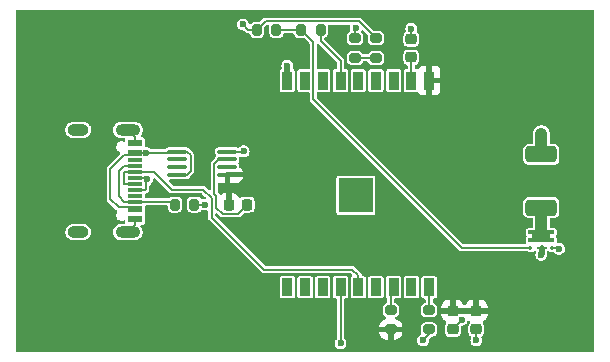
<source format=gtl>
%TF.GenerationSoftware,KiCad,Pcbnew,8.0.6*%
%TF.CreationDate,2024-12-09T16:08:49+11:00*%
%TF.ProjectId,PropellerLampMate,50726f70-656c-46c6-9572-4c616d704d61,rev?*%
%TF.SameCoordinates,Original*%
%TF.FileFunction,Copper,L1,Top*%
%TF.FilePolarity,Positive*%
%FSLAX46Y46*%
G04 Gerber Fmt 4.6, Leading zero omitted, Abs format (unit mm)*
G04 Created by KiCad (PCBNEW 8.0.6) date 2024-12-09 16:08:49*
%MOMM*%
%LPD*%
G01*
G04 APERTURE LIST*
G04 Aperture macros list*
%AMRoundRect*
0 Rectangle with rounded corners*
0 $1 Rounding radius*
0 $2 $3 $4 $5 $6 $7 $8 $9 X,Y pos of 4 corners*
0 Add a 4 corners polygon primitive as box body*
4,1,4,$2,$3,$4,$5,$6,$7,$8,$9,$2,$3,0*
0 Add four circle primitives for the rounded corners*
1,1,$1+$1,$2,$3*
1,1,$1+$1,$4,$5*
1,1,$1+$1,$6,$7*
1,1,$1+$1,$8,$9*
0 Add four rect primitives between the rounded corners*
20,1,$1+$1,$2,$3,$4,$5,0*
20,1,$1+$1,$4,$5,$6,$7,0*
20,1,$1+$1,$6,$7,$8,$9,0*
20,1,$1+$1,$8,$9,$2,$3,0*%
%AMFreePoly0*
4,1,15,1.100000,0.175000,0.750000,0.175000,0.750000,-0.175000,1.100000,-0.175000,1.100000,-0.475000,0.750000,-0.475000,-0.750000,-0.475000,-1.100000,-0.475000,-1.100000,-0.175000,-0.750000,-0.175000,-0.750000,0.175000,-1.100000,0.175000,-1.100000,0.475000,1.100000,0.475000,1.100000,0.175000,1.100000,0.175000,$1*%
G04 Aperture macros list end*
%TA.AperFunction,SMDPad,CuDef*%
%ADD10RoundRect,0.225000X0.250000X-0.225000X0.250000X0.225000X-0.250000X0.225000X-0.250000X-0.225000X0*%
%TD*%
%TA.AperFunction,SMDPad,CuDef*%
%ADD11RoundRect,0.200000X0.275000X-0.200000X0.275000X0.200000X-0.275000X0.200000X-0.275000X-0.200000X0*%
%TD*%
%TA.AperFunction,SMDPad,CuDef*%
%ADD12RoundRect,0.200000X-0.200000X-0.275000X0.200000X-0.275000X0.200000X0.275000X-0.200000X0.275000X0*%
%TD*%
%TA.AperFunction,SMDPad,CuDef*%
%ADD13R,1.240000X0.600000*%
%TD*%
%TA.AperFunction,SMDPad,CuDef*%
%ADD14R,1.240000X0.300000*%
%TD*%
%TA.AperFunction,ComponentPad*%
%ADD15O,2.100000X1.000000*%
%TD*%
%TA.AperFunction,ComponentPad*%
%ADD16O,1.800000X1.000000*%
%TD*%
%TA.AperFunction,SMDPad,CuDef*%
%ADD17RoundRect,0.225000X0.225000X0.250000X-0.225000X0.250000X-0.225000X-0.250000X0.225000X-0.250000X0*%
%TD*%
%TA.AperFunction,SMDPad,CuDef*%
%ADD18RoundRect,0.200000X-0.275000X0.200000X-0.275000X-0.200000X0.275000X-0.200000X0.275000X0.200000X0*%
%TD*%
%TA.AperFunction,SMDPad,CuDef*%
%ADD19RoundRect,0.225000X-0.250000X0.225000X-0.250000X-0.225000X0.250000X-0.225000X0.250000X0.225000X0*%
%TD*%
%TA.AperFunction,SMDPad,CuDef*%
%ADD20RoundRect,0.100000X0.712500X0.100000X-0.712500X0.100000X-0.712500X-0.100000X0.712500X-0.100000X0*%
%TD*%
%TA.AperFunction,SMDPad,CuDef*%
%ADD21RoundRect,0.200000X0.200000X0.275000X-0.200000X0.275000X-0.200000X-0.275000X0.200000X-0.275000X0*%
%TD*%
%TA.AperFunction,SMDPad,CuDef*%
%ADD22R,0.900000X1.500000*%
%TD*%
%TA.AperFunction,HeatsinkPad*%
%ADD23C,0.600000*%
%TD*%
%TA.AperFunction,SMDPad,CuDef*%
%ADD24R,2.900000X2.900000*%
%TD*%
%TA.AperFunction,SMDPad,CuDef*%
%ADD25FreePoly0,0.000000*%
%TD*%
%TA.AperFunction,SMDPad,CuDef*%
%ADD26RoundRect,0.075000X-0.100000X-0.075000X0.100000X-0.075000X0.100000X0.075000X-0.100000X0.075000X0*%
%TD*%
%TA.AperFunction,SMDPad,CuDef*%
%ADD27RoundRect,0.058750X-0.376250X-0.058750X0.376250X-0.058750X0.376250X0.058750X-0.376250X0.058750X0*%
%TD*%
%TA.AperFunction,SMDPad,CuDef*%
%ADD28RoundRect,0.250000X1.075000X-0.425000X1.075000X0.425000X-1.075000X0.425000X-1.075000X-0.425000X0*%
%TD*%
%TA.AperFunction,ViaPad*%
%ADD29C,0.600000*%
%TD*%
%TA.AperFunction,Conductor*%
%ADD30C,0.200000*%
%TD*%
%TA.AperFunction,Conductor*%
%ADD31C,0.500000*%
%TD*%
%TA.AperFunction,Conductor*%
%ADD32C,1.000000*%
%TD*%
G04 APERTURE END LIST*
D10*
%TO.P,C101,1*%
%TO.N,/~{RST}*%
X176000000Y-47525000D03*
%TO.P,C101,2*%
%TO.N,GND*%
X176000000Y-45975000D03*
%TD*%
D11*
%TO.P,R108,1*%
%TO.N,/Vcc_scaled*%
X171250000Y-47575000D03*
%TO.P,R108,2*%
%TO.N,GND*%
X171250000Y-45925000D03*
%TD*%
D12*
%TO.P,R105,1*%
%TO.N,+5V*%
X162925000Y-45200000D03*
%TO.P,R105,2*%
%TO.N,Net-(U102-G)*%
X164575000Y-45200000D03*
%TD*%
D13*
%TO.P,J101,A1,GND*%
%TO.N,GND*%
X152600000Y-54800000D03*
%TO.P,J101,A4,VBUS*%
%TO.N,+5V*%
X152600000Y-55600000D03*
D14*
%TO.P,J101,A5,CC1*%
%TO.N,Net-(J101-CC1)*%
X152600000Y-56750000D03*
%TO.P,J101,A6,D+*%
%TO.N,/USB_D+*%
X152600000Y-57750000D03*
%TO.P,J101,A7,D-*%
%TO.N,/USB_D-*%
X152600000Y-58250000D03*
%TO.P,J101,A8,SBU1*%
%TO.N,unconnected-(J101-SBU1-PadA8)*%
X152600000Y-59250000D03*
D13*
%TO.P,J101,A9,VBUS*%
%TO.N,+5V*%
X152600000Y-60400000D03*
%TO.P,J101,A12,GND*%
%TO.N,GND*%
X152600000Y-61200000D03*
%TO.P,J101,B1,GND*%
X152600000Y-61200000D03*
%TO.P,J101,B4,VBUS*%
%TO.N,+5V*%
X152600000Y-60400000D03*
D14*
%TO.P,J101,B5,CC2*%
%TO.N,Net-(J101-CC1)*%
X152600000Y-59750000D03*
%TO.P,J101,B6,D+*%
%TO.N,/USB_D+*%
X152600000Y-58750000D03*
%TO.P,J101,B7,D-*%
%TO.N,/USB_D-*%
X152600000Y-57250000D03*
%TO.P,J101,B8,SBU2*%
%TO.N,unconnected-(J101-SBU2-PadB8)*%
X152600000Y-56250000D03*
D13*
%TO.P,J101,B9,VBUS*%
%TO.N,+5V*%
X152600000Y-55600000D03*
%TO.P,J101,B12,GND*%
%TO.N,GND*%
X152600000Y-54800000D03*
D15*
%TO.P,J101,S1,SHIELD*%
X152000000Y-53680000D03*
D16*
X147800000Y-53680000D03*
D15*
X152000000Y-62320000D03*
D16*
X147800000Y-62320000D03*
%TD*%
D17*
%TO.P,C102,1*%
%TO.N,Net-(U103-BYP)*%
X162075001Y-60000000D03*
%TO.P,C102,2*%
%TO.N,+3V3*%
X160525001Y-60000000D03*
%TD*%
D11*
%TO.P,R102,1*%
%TO.N,GND*%
X177500000Y-70575000D03*
%TO.P,R102,2*%
%TO.N,Net-(U104-IO0)*%
X177500000Y-68925000D03*
%TD*%
D18*
%TO.P,R107,1*%
%TO.N,+5V*%
X173000000Y-45925000D03*
%TO.P,R107,2*%
%TO.N,/Vcc_scaled*%
X173000000Y-47575000D03*
%TD*%
D19*
%TO.P,C103,1*%
%TO.N,+3V3*%
X179500000Y-69000000D03*
%TO.P,C103,2*%
%TO.N,GND*%
X179500000Y-70550000D03*
%TD*%
D11*
%TO.P,R103,1*%
%TO.N,+3V3*%
X174250000Y-70575000D03*
%TO.P,R103,2*%
%TO.N,Net-(U104-IO2)*%
X174250000Y-68925000D03*
%TD*%
D20*
%TO.P,U103,1,OUT*%
%TO.N,+3V3*%
X160412501Y-57475000D03*
%TO.P,U103,2,SENSE*%
%TO.N,unconnected-(U103-SENSE-Pad2)*%
X160412501Y-56825000D03*
%TO.P,U103,3,BYP*%
%TO.N,Net-(U103-BYP)*%
X160412501Y-56175000D03*
%TO.P,U103,4,GND*%
%TO.N,GND*%
X160412501Y-55525000D03*
%TO.P,U103,5,~{SHDN}*%
%TO.N,+5V*%
X156187501Y-55525000D03*
%TO.P,U103,6,NC*%
%TO.N,unconnected-(U103-NC-Pad6)*%
X156187501Y-56175000D03*
%TO.P,U103,7,NC*%
%TO.N,unconnected-(U103-NC-Pad7)*%
X156187501Y-56825000D03*
%TO.P,U103,8,IN*%
%TO.N,+5V*%
X156187501Y-57475000D03*
%TD*%
D19*
%TO.P,C104,1*%
%TO.N,+3V3*%
X181500000Y-69000000D03*
%TO.P,C104,2*%
%TO.N,GND*%
X181500000Y-70550000D03*
%TD*%
D21*
%TO.P,R106,1*%
%TO.N,/LED_EN*%
X168325000Y-45200000D03*
%TO.P,R106,2*%
%TO.N,Net-(U102-G)*%
X166675000Y-45200000D03*
%TD*%
D22*
%TO.P,U104,1,3V3*%
%TO.N,+3V3*%
X177500000Y-49500000D03*
%TO.P,U104,2,EN*%
%TO.N,/~{RST}*%
X176000000Y-49500000D03*
%TO.P,U104,3,IO4*%
%TO.N,unconnected-(U104-IO4-Pad3)*%
X174500000Y-49500000D03*
%TO.P,U104,4,IO5_ADC*%
%TO.N,/Vcc_scaled*%
X173000000Y-49500000D03*
%TO.P,U104,5,IO6*%
%TO.N,unconnected-(U104-IO6-Pad5)*%
X171500000Y-49500000D03*
%TO.P,U104,6,IO7*%
%TO.N,/LED_EN*%
X170000000Y-49500000D03*
%TO.P,U104,7,IO8*%
%TO.N,unconnected-(U104-IO8-Pad7)*%
X168500000Y-49500000D03*
%TO.P,U104,8,IO9*%
%TO.N,unconnected-(U104-IO9-Pad8)*%
X167000000Y-49500000D03*
%TO.P,U104,9,GND*%
%TO.N,GND*%
X165500000Y-49500000D03*
%TO.P,U104,10,IO10*%
%TO.N,unconnected-(U104-IO10-Pad10)*%
X165500000Y-67000000D03*
%TO.P,U104,11,IO20/RXD*%
%TO.N,unconnected-(U104-IO20{slash}RXD-Pad11)*%
X167000000Y-67000000D03*
%TO.P,U104,12,IO21/TXD*%
%TO.N,unconnected-(U104-IO21{slash}TXD-Pad12)*%
X168500000Y-67000000D03*
%TO.P,U104,13,USB_D-*%
%TO.N,/USB_D+*%
X170000000Y-67000000D03*
%TO.P,U104,14,USB_D+*%
%TO.N,/USB_D-*%
X171500000Y-67000000D03*
%TO.P,U104,15,IO3*%
%TO.N,unconnected-(U104-IO3-Pad15)*%
X173000000Y-67000000D03*
%TO.P,U104,16,IO2*%
%TO.N,Net-(U104-IO2)*%
X174500000Y-67000000D03*
%TO.P,U104,17,IO1*%
%TO.N,unconnected-(U104-IO1-Pad17)*%
X176000000Y-67000000D03*
%TO.P,U104,18,IO0*%
%TO.N,Net-(U104-IO0)*%
X177500000Y-67000000D03*
D23*
%TO.P,U104,19,GND*%
%TO.N,GND*%
X171850000Y-58110000D03*
X170750000Y-58110000D03*
X172400000Y-58660000D03*
X171300000Y-58660000D03*
X170200000Y-58660000D03*
X171850000Y-59210000D03*
D24*
X171300000Y-59210000D03*
D23*
X170750000Y-59210000D03*
X172400000Y-59760000D03*
X171300000Y-59760000D03*
X170200000Y-59760000D03*
X171850000Y-60310000D03*
X170750000Y-60310000D03*
%TD*%
D25*
%TO.P,U102,1,D*%
%TO.N,Net-(D101-K)*%
X187000000Y-62675000D03*
D26*
%TO.P,U102,3,G*%
%TO.N,Net-(U102-G)*%
X186075000Y-63650000D03*
D27*
%TO.P,U102,4,S*%
%TO.N,GND*%
X187040000Y-63650000D03*
D26*
X187925000Y-63650000D03*
%TD*%
D12*
%TO.P,R101,1*%
%TO.N,Net-(J101-CC1)*%
X155975001Y-60000000D03*
%TO.P,R101,2*%
%TO.N,GND*%
X157625001Y-60000000D03*
%TD*%
D28*
%TO.P,D101,1,K*%
%TO.N,Net-(D101-K)*%
X187000000Y-60250000D03*
%TO.P,D101,2,A*%
%TO.N,+5V*%
X187000000Y-55750000D03*
%TD*%
D29*
%TO.N,GND*%
X161800001Y-55500000D03*
X176000000Y-45100000D03*
X188500000Y-63750000D03*
X187000000Y-64250000D03*
X171299265Y-45049265D03*
X181500000Y-71500000D03*
X177000000Y-71500000D03*
X165500000Y-48250000D03*
X180252936Y-69753154D03*
X158500000Y-60000000D03*
%TO.N,/USB_D+*%
X153653012Y-57850000D03*
X170000000Y-71750000D03*
%TO.N,+5V*%
X187000000Y-54000000D03*
X153500000Y-55600000D03*
X161750000Y-44750000D03*
%TD*%
D30*
%TO.N,GND*%
X181500000Y-70550000D02*
X181500000Y-71500000D01*
X161775001Y-55525000D02*
X161800001Y-55500000D01*
X187925000Y-63650000D02*
X188400000Y-63650000D01*
X179500000Y-70550000D02*
X179500000Y-70506090D01*
X157625001Y-60000000D02*
X158500000Y-60000000D01*
D31*
X165500000Y-49500000D02*
X165500000Y-48250000D01*
D30*
X176000000Y-45100000D02*
X176000000Y-45975000D01*
X171250000Y-45098530D02*
X171299265Y-45049265D01*
X160412501Y-55525000D02*
X161775001Y-55525000D01*
X187040000Y-64210000D02*
X187000000Y-64250000D01*
X152600000Y-54280000D02*
X152000000Y-53680000D01*
X179500000Y-70506090D02*
X180252936Y-69753154D01*
X171250000Y-45925000D02*
X171250000Y-45098530D01*
X177500000Y-70575000D02*
X177500000Y-71000000D01*
X152600000Y-61200000D02*
X152600000Y-61720000D01*
X188400000Y-63650000D02*
X188500000Y-63750000D01*
D31*
X187040000Y-63650000D02*
X187040000Y-64210000D01*
D30*
X152600000Y-61720000D02*
X152000000Y-62320000D01*
X177500000Y-71000000D02*
X177000000Y-71500000D01*
X152600000Y-54800000D02*
X152600000Y-54280000D01*
%TO.N,/~{RST}*%
X176000000Y-49500000D02*
X176000000Y-47525000D01*
%TO.N,Net-(U103-BYP)*%
X161300001Y-60775000D02*
X160025000Y-60775000D01*
X159300001Y-56556544D02*
X159681545Y-56175000D01*
X159681545Y-56175000D02*
X160412501Y-56175000D01*
X162075001Y-60000000D02*
X161300001Y-60775000D01*
X159500000Y-59285784D02*
X159300001Y-59085785D01*
X160025000Y-60775000D02*
X159500000Y-60250000D01*
X159500000Y-60250000D02*
X159500000Y-59285784D01*
X159300001Y-59085785D02*
X159300001Y-56556544D01*
%TO.N,+3V3*%
X160525001Y-59500000D02*
X160525001Y-57587500D01*
X160525001Y-57587500D02*
X160412501Y-57475000D01*
%TO.N,/USB_D+*%
X153450000Y-58750000D02*
X152580000Y-58750000D01*
X152580000Y-57750000D02*
X153450000Y-57750000D01*
X153500000Y-58700000D02*
X153450000Y-58750000D01*
X153653012Y-57850000D02*
X153520000Y-57983012D01*
X153520000Y-57983012D02*
X153520000Y-58700000D01*
X153520000Y-58700000D02*
X153470000Y-58750000D01*
X153470000Y-58750000D02*
X152600000Y-58750000D01*
X170000000Y-71750000D02*
X170000000Y-67000000D01*
X153500000Y-57800000D02*
X153500000Y-58700000D01*
X153450000Y-57750000D02*
X153500000Y-57800000D01*
%TO.N,+5V*%
X157000000Y-57475000D02*
X157300001Y-57174999D01*
X171550000Y-44475000D02*
X163650000Y-44475000D01*
X150500000Y-59500000D02*
X151215000Y-60215000D01*
X157300001Y-57174999D02*
X157300001Y-55825001D01*
X156187501Y-57475000D02*
X157000000Y-57475000D01*
X152415000Y-60215000D02*
X152600000Y-60400000D01*
X152600000Y-55600000D02*
X153500000Y-55600000D01*
X173000000Y-45925000D02*
X171550000Y-44475000D01*
X150500000Y-56980000D02*
X150500000Y-59500000D01*
X152415000Y-55785000D02*
X151695000Y-55785000D01*
X156112501Y-55600000D02*
X156187501Y-55525000D01*
D32*
X187000000Y-54000000D02*
X187000000Y-55750000D01*
D30*
X163650000Y-44475000D02*
X162925000Y-45200000D01*
X151215000Y-60215000D02*
X152415000Y-60215000D01*
X152600000Y-55600000D02*
X152415000Y-55785000D01*
X157300001Y-55825001D02*
X157000000Y-55525000D01*
X153500000Y-55600000D02*
X156112501Y-55600000D01*
X151695000Y-55785000D02*
X150500000Y-56980000D01*
X157000000Y-55525000D02*
X156187501Y-55525000D01*
X162925000Y-45200000D02*
X162200000Y-45200000D01*
X162200000Y-45200000D02*
X161750000Y-44750000D01*
%TO.N,/USB_D-*%
X159100000Y-61100000D02*
X163500000Y-65500000D01*
X155750000Y-58750000D02*
X158398530Y-58750000D01*
X151710000Y-58250000D02*
X152580000Y-58250000D01*
X152600000Y-57250000D02*
X154250000Y-57250000D01*
X163500000Y-65500000D02*
X171000000Y-65500000D01*
X171000000Y-65500000D02*
X171500000Y-66000000D01*
X151710000Y-57250000D02*
X151660000Y-57300000D01*
X151660000Y-58200000D02*
X151710000Y-58250000D01*
X159100000Y-59451470D02*
X159100000Y-61100000D01*
X171500000Y-66000000D02*
X171500000Y-67000000D01*
X154250000Y-57250000D02*
X155750000Y-58750000D01*
X158398530Y-58750000D02*
X159100000Y-59451470D01*
X152580000Y-57250000D02*
X151710000Y-57250000D01*
X151660000Y-57300000D02*
X151660000Y-58200000D01*
%TO.N,Net-(J101-CC1)*%
X151644314Y-56750000D02*
X151260000Y-57134314D01*
X151710000Y-59750000D02*
X152580000Y-59750000D01*
X151260000Y-59300000D02*
X151710000Y-59750000D01*
X155725001Y-59750000D02*
X152600000Y-59750000D01*
X151260000Y-57134314D02*
X151260000Y-59300000D01*
X152580000Y-56750000D02*
X151644314Y-56750000D01*
X155975001Y-60000000D02*
X155725001Y-59750000D01*
%TO.N,Net-(U102-G)*%
X166675000Y-45200000D02*
X167700000Y-46225000D01*
X164575000Y-45200000D02*
X166225000Y-45200000D01*
X180250000Y-63650000D02*
X186075000Y-63650000D01*
X167700000Y-51100000D02*
X180250000Y-63650000D01*
X167700000Y-46225000D02*
X167700000Y-51100000D01*
%TO.N,/LED_EN*%
X170000000Y-49500000D02*
X170000000Y-47825000D01*
X170000000Y-47825000D02*
X168325000Y-46150000D01*
X168325000Y-46150000D02*
X168325000Y-45200000D01*
%TO.N,/Vcc_scaled*%
X171250000Y-47575000D02*
X173000000Y-47575000D01*
D32*
%TO.N,Net-(D101-K)*%
X187000000Y-60250000D02*
X187000000Y-62675000D01*
D30*
%TO.N,Net-(U104-IO0)*%
X177500000Y-68925000D02*
X177500000Y-67000000D01*
%TO.N,Net-(U104-IO2)*%
X174250000Y-68925000D02*
X174250000Y-67250000D01*
X174250000Y-67250000D02*
X174500000Y-67000000D01*
%TD*%
%TA.AperFunction,Conductor*%
%TO.N,+3V3*%
G36*
X191458691Y-43519407D02*
G01*
X191494655Y-43568907D01*
X191499500Y-43599500D01*
X191499500Y-72400500D01*
X191480593Y-72458691D01*
X191431093Y-72494655D01*
X191400500Y-72499500D01*
X142599500Y-72499500D01*
X142541309Y-72480593D01*
X142505345Y-72431093D01*
X142500500Y-72400500D01*
X142500500Y-66230253D01*
X164849500Y-66230253D01*
X164849500Y-67769746D01*
X164849501Y-67769758D01*
X164861132Y-67828227D01*
X164861133Y-67828231D01*
X164905448Y-67894552D01*
X164971769Y-67938867D01*
X165016231Y-67947711D01*
X165030241Y-67950498D01*
X165030246Y-67950498D01*
X165030252Y-67950500D01*
X165030253Y-67950500D01*
X165969747Y-67950500D01*
X165969748Y-67950500D01*
X166028231Y-67938867D01*
X166094552Y-67894552D01*
X166138867Y-67828231D01*
X166150500Y-67769748D01*
X166150500Y-66230253D01*
X166349500Y-66230253D01*
X166349500Y-67769746D01*
X166349501Y-67769758D01*
X166361132Y-67828227D01*
X166361133Y-67828231D01*
X166405448Y-67894552D01*
X166471769Y-67938867D01*
X166516231Y-67947711D01*
X166530241Y-67950498D01*
X166530246Y-67950498D01*
X166530252Y-67950500D01*
X166530253Y-67950500D01*
X167469747Y-67950500D01*
X167469748Y-67950500D01*
X167528231Y-67938867D01*
X167594552Y-67894552D01*
X167638867Y-67828231D01*
X167650500Y-67769748D01*
X167650500Y-66230253D01*
X167849500Y-66230253D01*
X167849500Y-67769746D01*
X167849501Y-67769758D01*
X167861132Y-67828227D01*
X167861133Y-67828231D01*
X167905448Y-67894552D01*
X167971769Y-67938867D01*
X168016231Y-67947711D01*
X168030241Y-67950498D01*
X168030246Y-67950498D01*
X168030252Y-67950500D01*
X168030253Y-67950500D01*
X168969747Y-67950500D01*
X168969748Y-67950500D01*
X169028231Y-67938867D01*
X169094552Y-67894552D01*
X169138867Y-67828231D01*
X169150500Y-67769748D01*
X169150500Y-66230253D01*
X169349500Y-66230253D01*
X169349500Y-67769746D01*
X169349501Y-67769758D01*
X169361132Y-67828227D01*
X169361133Y-67828231D01*
X169405448Y-67894552D01*
X169471769Y-67938867D01*
X169516231Y-67947711D01*
X169530241Y-67950498D01*
X169530246Y-67950498D01*
X169530252Y-67950500D01*
X169600500Y-67950500D01*
X169658691Y-67969407D01*
X169694655Y-68018907D01*
X169699500Y-68049500D01*
X169699500Y-71296105D01*
X169680593Y-71354296D01*
X169673258Y-71362289D01*
X169673509Y-71362506D01*
X169668872Y-71367856D01*
X169668872Y-71367857D01*
X169615489Y-71429465D01*
X169574622Y-71476628D01*
X169514834Y-71607543D01*
X169494353Y-71749997D01*
X169494353Y-71750002D01*
X169514834Y-71892456D01*
X169564177Y-72000499D01*
X169574623Y-72023373D01*
X169668872Y-72132143D01*
X169668873Y-72132144D01*
X169789942Y-72209950D01*
X169789947Y-72209953D01*
X169896403Y-72241211D01*
X169928035Y-72250499D01*
X169928036Y-72250499D01*
X169928039Y-72250500D01*
X169928041Y-72250500D01*
X170071959Y-72250500D01*
X170071961Y-72250500D01*
X170210053Y-72209953D01*
X170331128Y-72132143D01*
X170425377Y-72023373D01*
X170485165Y-71892457D01*
X170505647Y-71750000D01*
X170485165Y-71607543D01*
X170436050Y-71499997D01*
X176494353Y-71499997D01*
X176494353Y-71500002D01*
X176514834Y-71642456D01*
X176563947Y-71749997D01*
X176574623Y-71773373D01*
X176668872Y-71882143D01*
X176668873Y-71882144D01*
X176789942Y-71959950D01*
X176789947Y-71959953D01*
X176896403Y-71991211D01*
X176928035Y-72000499D01*
X176928036Y-72000499D01*
X176928039Y-72000500D01*
X176928041Y-72000500D01*
X177071959Y-72000500D01*
X177071961Y-72000500D01*
X177210053Y-71959953D01*
X177331128Y-71882143D01*
X177425377Y-71773373D01*
X177485165Y-71642457D01*
X177505647Y-71500000D01*
X177502558Y-71478516D01*
X177512991Y-71418227D01*
X177530543Y-71394426D01*
X177720476Y-71204495D01*
X177774993Y-71176718D01*
X177790479Y-71175499D01*
X177806521Y-71175499D01*
X177806522Y-71175498D01*
X177853411Y-71168072D01*
X177900299Y-71160647D01*
X177900299Y-71160646D01*
X177900304Y-71160646D01*
X178013342Y-71103050D01*
X178103050Y-71013342D01*
X178160646Y-70900304D01*
X178175500Y-70806519D01*
X178175499Y-70343482D01*
X178167736Y-70294463D01*
X178160647Y-70249700D01*
X178160646Y-70249698D01*
X178160646Y-70249696D01*
X178103050Y-70136658D01*
X178013342Y-70046950D01*
X177900304Y-69989354D01*
X177900305Y-69989354D01*
X177806522Y-69974500D01*
X177193479Y-69974500D01*
X177193476Y-69974501D01*
X177099700Y-69989352D01*
X177099695Y-69989354D01*
X176986659Y-70046949D01*
X176896949Y-70136659D01*
X176839354Y-70249695D01*
X176824500Y-70343477D01*
X176824500Y-70806520D01*
X176824501Y-70806523D01*
X176839352Y-70900300D01*
X176840878Y-70903295D01*
X176841402Y-70906609D01*
X176841760Y-70907709D01*
X176841585Y-70907765D01*
X176850446Y-70963728D01*
X176822666Y-71018243D01*
X176793803Y-71038284D01*
X176789953Y-71040042D01*
X176668873Y-71117855D01*
X176574622Y-71226628D01*
X176514834Y-71357543D01*
X176494353Y-71499997D01*
X170436050Y-71499997D01*
X170425377Y-71476627D01*
X170331128Y-71367857D01*
X170331127Y-71367856D01*
X170326491Y-71362506D01*
X170328524Y-71360743D01*
X170303067Y-71318505D01*
X170300500Y-71296105D01*
X170300500Y-70825001D01*
X173275001Y-70825001D01*
X173275001Y-70831582D01*
X173281408Y-70902103D01*
X173281410Y-70902109D01*
X173331979Y-71064392D01*
X173331982Y-71064400D01*
X173419924Y-71209872D01*
X173540127Y-71330075D01*
X173685599Y-71418017D01*
X173685607Y-71418020D01*
X173847889Y-71468589D01*
X173847895Y-71468591D01*
X173918424Y-71474999D01*
X173999999Y-71474998D01*
X174000000Y-71474998D01*
X174000000Y-70825001D01*
X174500000Y-70825001D01*
X174500000Y-71474998D01*
X174500001Y-71474999D01*
X174581566Y-71474999D01*
X174581582Y-71474998D01*
X174652103Y-71468591D01*
X174652109Y-71468589D01*
X174814392Y-71418020D01*
X174814400Y-71418017D01*
X174959872Y-71330075D01*
X175080075Y-71209872D01*
X175168017Y-71064400D01*
X175168020Y-71064392D01*
X175218589Y-70902110D01*
X175218591Y-70902104D01*
X175224999Y-70831581D01*
X175225000Y-70831568D01*
X175225000Y-70825001D01*
X175224999Y-70825000D01*
X174500001Y-70825000D01*
X174500000Y-70825001D01*
X174000000Y-70825001D01*
X173999999Y-70825000D01*
X173275002Y-70825000D01*
X173275001Y-70825001D01*
X170300500Y-70825001D01*
X170300500Y-70318418D01*
X173275000Y-70318418D01*
X173275000Y-70324999D01*
X173275001Y-70325000D01*
X175224998Y-70325000D01*
X175224999Y-70324999D01*
X175224999Y-70318433D01*
X175224998Y-70318417D01*
X175218591Y-70247896D01*
X175218589Y-70247890D01*
X175168020Y-70085607D01*
X175168017Y-70085599D01*
X175080075Y-69940127D01*
X174959872Y-69819924D01*
X174814400Y-69731982D01*
X174814392Y-69731979D01*
X174675170Y-69688596D01*
X174625239Y-69653233D01*
X174605630Y-69595275D01*
X174623833Y-69536860D01*
X174659676Y-69505870D01*
X174763342Y-69453050D01*
X174853050Y-69363342D01*
X174910646Y-69250304D01*
X174925500Y-69156519D01*
X174925499Y-68693482D01*
X174925498Y-68693477D01*
X176824500Y-68693477D01*
X176824500Y-69156520D01*
X176824501Y-69156523D01*
X176839352Y-69250299D01*
X176839354Y-69250304D01*
X176896950Y-69363342D01*
X176986658Y-69453050D01*
X177099696Y-69510646D01*
X177193481Y-69525500D01*
X177806518Y-69525499D01*
X177806520Y-69525499D01*
X177806521Y-69525498D01*
X177853411Y-69518072D01*
X177900299Y-69510647D01*
X177900299Y-69510646D01*
X177900304Y-69510646D01*
X178013342Y-69453050D01*
X178103050Y-69363342D01*
X178160646Y-69250304D01*
X178160694Y-69250001D01*
X178525001Y-69250001D01*
X178525001Y-69273322D01*
X178535142Y-69372597D01*
X178535145Y-69372609D01*
X178588454Y-69533487D01*
X178677425Y-69677729D01*
X178797269Y-69797573D01*
X178924751Y-69876206D01*
X178964352Y-69922847D01*
X178968975Y-69983857D01*
X178942782Y-70030469D01*
X178901473Y-70071778D01*
X178901470Y-70071782D01*
X178840283Y-70191867D01*
X178840281Y-70191874D01*
X178824500Y-70291510D01*
X178824500Y-70808489D01*
X178828158Y-70831582D01*
X178839041Y-70900300D01*
X178840281Y-70908125D01*
X178840283Y-70908132D01*
X178893890Y-71013340D01*
X178901472Y-71028220D01*
X178996780Y-71123528D01*
X178996782Y-71123529D01*
X179116867Y-71184716D01*
X179116869Y-71184716D01*
X179116874Y-71184719D01*
X179192541Y-71196703D01*
X179216510Y-71200500D01*
X179216512Y-71200500D01*
X179783490Y-71200500D01*
X179804885Y-71197111D01*
X179883126Y-71184719D01*
X180003220Y-71123528D01*
X180098528Y-71028220D01*
X180159719Y-70908126D01*
X180175500Y-70808488D01*
X180175500Y-70352654D01*
X180194407Y-70294463D01*
X180243907Y-70258499D01*
X180274500Y-70253654D01*
X180324895Y-70253654D01*
X180324897Y-70253654D01*
X180462989Y-70213107D01*
X180584064Y-70135297D01*
X180678313Y-70026527D01*
X180738101Y-69895611D01*
X180738100Y-69895611D01*
X180739454Y-69892649D01*
X180780826Y-69847572D01*
X180840793Y-69835421D01*
X180881480Y-69849515D01*
X180924751Y-69876205D01*
X180964352Y-69922847D01*
X180968975Y-69983857D01*
X180942782Y-70030469D01*
X180901473Y-70071778D01*
X180901470Y-70071782D01*
X180840283Y-70191867D01*
X180840281Y-70191874D01*
X180824500Y-70291510D01*
X180824500Y-70808489D01*
X180828158Y-70831582D01*
X180839041Y-70900300D01*
X180840281Y-70908125D01*
X180840283Y-70908132D01*
X180893890Y-71013340D01*
X180901472Y-71028220D01*
X180996780Y-71123528D01*
X181013616Y-71132106D01*
X181056880Y-71175370D01*
X181066451Y-71235802D01*
X181058723Y-71261442D01*
X181014834Y-71357543D01*
X180994353Y-71499997D01*
X180994353Y-71500002D01*
X181014834Y-71642456D01*
X181063947Y-71749997D01*
X181074623Y-71773373D01*
X181168872Y-71882143D01*
X181168873Y-71882144D01*
X181289942Y-71959950D01*
X181289947Y-71959953D01*
X181396403Y-71991211D01*
X181428035Y-72000499D01*
X181428036Y-72000499D01*
X181428039Y-72000500D01*
X181428041Y-72000500D01*
X181571959Y-72000500D01*
X181571961Y-72000500D01*
X181710053Y-71959953D01*
X181831128Y-71882143D01*
X181925377Y-71773373D01*
X181985165Y-71642457D01*
X182005647Y-71500000D01*
X182002052Y-71474999D01*
X181986648Y-71367857D01*
X181985165Y-71357543D01*
X181941275Y-71261440D01*
X181934301Y-71200656D01*
X181964387Y-71147379D01*
X181986380Y-71132108D01*
X182003220Y-71123528D01*
X182098528Y-71028220D01*
X182159719Y-70908126D01*
X182175500Y-70808488D01*
X182175500Y-70291512D01*
X182159719Y-70191874D01*
X182159716Y-70191869D01*
X182159716Y-70191867D01*
X182098529Y-70071782D01*
X182098528Y-70071780D01*
X182057215Y-70030467D01*
X182029440Y-69975953D01*
X182039011Y-69915521D01*
X182075248Y-69876205D01*
X182202732Y-69797571D01*
X182322574Y-69677729D01*
X182411545Y-69533487D01*
X182464856Y-69372603D01*
X182475000Y-69273323D01*
X182475000Y-69250001D01*
X182474999Y-69250000D01*
X178525002Y-69250000D01*
X178525001Y-69250001D01*
X178160694Y-69250001D01*
X178175500Y-69156519D01*
X178175499Y-68726676D01*
X178525000Y-68726676D01*
X178525000Y-68749999D01*
X178525001Y-68750000D01*
X179249999Y-68750000D01*
X179250000Y-68749999D01*
X179250000Y-68050001D01*
X179750000Y-68050001D01*
X179750000Y-68749999D01*
X179750001Y-68750000D01*
X181249999Y-68750000D01*
X181250000Y-68749999D01*
X181250000Y-68050001D01*
X181750000Y-68050001D01*
X181750000Y-68749999D01*
X181750001Y-68750000D01*
X182474998Y-68750000D01*
X182474999Y-68749999D01*
X182474999Y-68726677D01*
X182464857Y-68627402D01*
X182464854Y-68627390D01*
X182411545Y-68466512D01*
X182322574Y-68322270D01*
X182202729Y-68202425D01*
X182058487Y-68113454D01*
X181897603Y-68060143D01*
X181798323Y-68050000D01*
X181750001Y-68050000D01*
X181750000Y-68050001D01*
X181250000Y-68050001D01*
X181250000Y-68049999D01*
X181201679Y-68050000D01*
X181201676Y-68050001D01*
X181102402Y-68060142D01*
X181102390Y-68060145D01*
X180941512Y-68113454D01*
X180797270Y-68202425D01*
X180677425Y-68322270D01*
X180585425Y-68471424D01*
X180583634Y-68470319D01*
X180547991Y-68508539D01*
X180487930Y-68520210D01*
X180432478Y-68494349D01*
X180415436Y-68470892D01*
X180414575Y-68471424D01*
X180322574Y-68322270D01*
X180202729Y-68202425D01*
X180058487Y-68113454D01*
X179897603Y-68060143D01*
X179798323Y-68050000D01*
X179750001Y-68050000D01*
X179750000Y-68050001D01*
X179250000Y-68050001D01*
X179250000Y-68049999D01*
X179201679Y-68050000D01*
X179201676Y-68050001D01*
X179102402Y-68060142D01*
X179102390Y-68060145D01*
X178941512Y-68113454D01*
X178797270Y-68202425D01*
X178677425Y-68322270D01*
X178588454Y-68466512D01*
X178535143Y-68627396D01*
X178525000Y-68726676D01*
X178175499Y-68726676D01*
X178175499Y-68693482D01*
X178160646Y-68599696D01*
X178103050Y-68486658D01*
X178013342Y-68396950D01*
X177900304Y-68339354D01*
X177900306Y-68339354D01*
X177884010Y-68336773D01*
X177829494Y-68308993D01*
X177801718Y-68254476D01*
X177800500Y-68238992D01*
X177800500Y-68049500D01*
X177819407Y-67991309D01*
X177868907Y-67955345D01*
X177899500Y-67950500D01*
X177969747Y-67950500D01*
X177969748Y-67950500D01*
X178028231Y-67938867D01*
X178094552Y-67894552D01*
X178138867Y-67828231D01*
X178150500Y-67769748D01*
X178150500Y-66230252D01*
X178138867Y-66171769D01*
X178094552Y-66105448D01*
X178094548Y-66105445D01*
X178028233Y-66061134D01*
X178028231Y-66061133D01*
X178028228Y-66061132D01*
X178028227Y-66061132D01*
X177969758Y-66049501D01*
X177969748Y-66049500D01*
X177030252Y-66049500D01*
X177030251Y-66049500D01*
X177030241Y-66049501D01*
X176971772Y-66061132D01*
X176971766Y-66061134D01*
X176905451Y-66105445D01*
X176905445Y-66105451D01*
X176861134Y-66171766D01*
X176861132Y-66171772D01*
X176849501Y-66230241D01*
X176849500Y-66230253D01*
X176849500Y-67769746D01*
X176849501Y-67769758D01*
X176861132Y-67828227D01*
X176861133Y-67828231D01*
X176905448Y-67894552D01*
X176971769Y-67938867D01*
X177016231Y-67947711D01*
X177030241Y-67950498D01*
X177030246Y-67950498D01*
X177030252Y-67950500D01*
X177100500Y-67950500D01*
X177158691Y-67969407D01*
X177194655Y-68018907D01*
X177199500Y-68049500D01*
X177199500Y-68238992D01*
X177180593Y-68297183D01*
X177131093Y-68333147D01*
X177115987Y-68336773D01*
X177099699Y-68339352D01*
X177099695Y-68339354D01*
X176986659Y-68396949D01*
X176896949Y-68486659D01*
X176839354Y-68599695D01*
X176824500Y-68693477D01*
X174925498Y-68693477D01*
X174910646Y-68599696D01*
X174853050Y-68486658D01*
X174763342Y-68396950D01*
X174650304Y-68339354D01*
X174650306Y-68339354D01*
X174634010Y-68336773D01*
X174579494Y-68308993D01*
X174551718Y-68254476D01*
X174550500Y-68238992D01*
X174550500Y-68049500D01*
X174569407Y-67991309D01*
X174618907Y-67955345D01*
X174649500Y-67950500D01*
X174969747Y-67950500D01*
X174969748Y-67950500D01*
X175028231Y-67938867D01*
X175094552Y-67894552D01*
X175138867Y-67828231D01*
X175150500Y-67769748D01*
X175150500Y-66230253D01*
X175349500Y-66230253D01*
X175349500Y-67769746D01*
X175349501Y-67769758D01*
X175361132Y-67828227D01*
X175361133Y-67828231D01*
X175405448Y-67894552D01*
X175471769Y-67938867D01*
X175516231Y-67947711D01*
X175530241Y-67950498D01*
X175530246Y-67950498D01*
X175530252Y-67950500D01*
X175530253Y-67950500D01*
X176469747Y-67950500D01*
X176469748Y-67950500D01*
X176528231Y-67938867D01*
X176594552Y-67894552D01*
X176638867Y-67828231D01*
X176650500Y-67769748D01*
X176650500Y-66230252D01*
X176638867Y-66171769D01*
X176594552Y-66105448D01*
X176594548Y-66105445D01*
X176528233Y-66061134D01*
X176528231Y-66061133D01*
X176528228Y-66061132D01*
X176528227Y-66061132D01*
X176469758Y-66049501D01*
X176469748Y-66049500D01*
X175530252Y-66049500D01*
X175530251Y-66049500D01*
X175530241Y-66049501D01*
X175471772Y-66061132D01*
X175471766Y-66061134D01*
X175405451Y-66105445D01*
X175405445Y-66105451D01*
X175361134Y-66171766D01*
X175361132Y-66171772D01*
X175349501Y-66230241D01*
X175349500Y-66230253D01*
X175150500Y-66230253D01*
X175150500Y-66230252D01*
X175138867Y-66171769D01*
X175094552Y-66105448D01*
X175094548Y-66105445D01*
X175028233Y-66061134D01*
X175028231Y-66061133D01*
X175028228Y-66061132D01*
X175028227Y-66061132D01*
X174969758Y-66049501D01*
X174969748Y-66049500D01*
X174030252Y-66049500D01*
X174030251Y-66049500D01*
X174030241Y-66049501D01*
X173971772Y-66061132D01*
X173971766Y-66061134D01*
X173905451Y-66105445D01*
X173905445Y-66105451D01*
X173861134Y-66171766D01*
X173861132Y-66171772D01*
X173849501Y-66230241D01*
X173849500Y-66230253D01*
X173849500Y-67769746D01*
X173849501Y-67769758D01*
X173861132Y-67828227D01*
X173861133Y-67828231D01*
X173905448Y-67894552D01*
X173905501Y-67894587D01*
X173905564Y-67894667D01*
X173912343Y-67901446D01*
X173911540Y-67902248D01*
X173943381Y-67942637D01*
X173949500Y-67976903D01*
X173949500Y-68238992D01*
X173930593Y-68297183D01*
X173881093Y-68333147D01*
X173865987Y-68336773D01*
X173849699Y-68339352D01*
X173849695Y-68339354D01*
X173736659Y-68396949D01*
X173646949Y-68486659D01*
X173589354Y-68599695D01*
X173574500Y-68693477D01*
X173574500Y-69156520D01*
X173574501Y-69156523D01*
X173589352Y-69250299D01*
X173589354Y-69250304D01*
X173646950Y-69363342D01*
X173736658Y-69453050D01*
X173789120Y-69479781D01*
X173840322Y-69505870D01*
X173883586Y-69549135D01*
X173893157Y-69609567D01*
X173865379Y-69664083D01*
X173824829Y-69688596D01*
X173685607Y-69731979D01*
X173685599Y-69731982D01*
X173540127Y-69819924D01*
X173419924Y-69940127D01*
X173331982Y-70085599D01*
X173331979Y-70085607D01*
X173281410Y-70247889D01*
X173281408Y-70247895D01*
X173275000Y-70318418D01*
X170300500Y-70318418D01*
X170300500Y-68049500D01*
X170319407Y-67991309D01*
X170368907Y-67955345D01*
X170399500Y-67950500D01*
X170469747Y-67950500D01*
X170469748Y-67950500D01*
X170528231Y-67938867D01*
X170594552Y-67894552D01*
X170638867Y-67828231D01*
X170650500Y-67769748D01*
X170650500Y-66230252D01*
X170638867Y-66171769D01*
X170594552Y-66105448D01*
X170594548Y-66105445D01*
X170528233Y-66061134D01*
X170528231Y-66061133D01*
X170528228Y-66061132D01*
X170528227Y-66061132D01*
X170469758Y-66049501D01*
X170469748Y-66049500D01*
X169530252Y-66049500D01*
X169530251Y-66049500D01*
X169530241Y-66049501D01*
X169471772Y-66061132D01*
X169471766Y-66061134D01*
X169405451Y-66105445D01*
X169405445Y-66105451D01*
X169361134Y-66171766D01*
X169361132Y-66171772D01*
X169349501Y-66230241D01*
X169349500Y-66230253D01*
X169150500Y-66230253D01*
X169150500Y-66230252D01*
X169138867Y-66171769D01*
X169094552Y-66105448D01*
X169094548Y-66105445D01*
X169028233Y-66061134D01*
X169028231Y-66061133D01*
X169028228Y-66061132D01*
X169028227Y-66061132D01*
X168969758Y-66049501D01*
X168969748Y-66049500D01*
X168030252Y-66049500D01*
X168030251Y-66049500D01*
X168030241Y-66049501D01*
X167971772Y-66061132D01*
X167971766Y-66061134D01*
X167905451Y-66105445D01*
X167905445Y-66105451D01*
X167861134Y-66171766D01*
X167861132Y-66171772D01*
X167849501Y-66230241D01*
X167849500Y-66230253D01*
X167650500Y-66230253D01*
X167650500Y-66230252D01*
X167638867Y-66171769D01*
X167594552Y-66105448D01*
X167594548Y-66105445D01*
X167528233Y-66061134D01*
X167528231Y-66061133D01*
X167528228Y-66061132D01*
X167528227Y-66061132D01*
X167469758Y-66049501D01*
X167469748Y-66049500D01*
X166530252Y-66049500D01*
X166530251Y-66049500D01*
X166530241Y-66049501D01*
X166471772Y-66061132D01*
X166471766Y-66061134D01*
X166405451Y-66105445D01*
X166405445Y-66105451D01*
X166361134Y-66171766D01*
X166361132Y-66171772D01*
X166349501Y-66230241D01*
X166349500Y-66230253D01*
X166150500Y-66230253D01*
X166150500Y-66230252D01*
X166138867Y-66171769D01*
X166094552Y-66105448D01*
X166094548Y-66105445D01*
X166028233Y-66061134D01*
X166028231Y-66061133D01*
X166028228Y-66061132D01*
X166028227Y-66061132D01*
X165969758Y-66049501D01*
X165969748Y-66049500D01*
X165030252Y-66049500D01*
X165030251Y-66049500D01*
X165030241Y-66049501D01*
X164971772Y-66061132D01*
X164971766Y-66061134D01*
X164905451Y-66105445D01*
X164905445Y-66105451D01*
X164861134Y-66171766D01*
X164861132Y-66171772D01*
X164849501Y-66230241D01*
X164849500Y-66230253D01*
X142500500Y-66230253D01*
X142500500Y-62251004D01*
X146699500Y-62251004D01*
X146699500Y-62388995D01*
X146726420Y-62524327D01*
X146726420Y-62524329D01*
X146779222Y-62651806D01*
X146779228Y-62651817D01*
X146855885Y-62766541D01*
X146953458Y-62864114D01*
X147068182Y-62940771D01*
X147068193Y-62940777D01*
X147115283Y-62960282D01*
X147195672Y-62993580D01*
X147331007Y-63020500D01*
X147331008Y-63020500D01*
X148268992Y-63020500D01*
X148268993Y-63020500D01*
X148404328Y-62993580D01*
X148531811Y-62940775D01*
X148646542Y-62864114D01*
X148744114Y-62766542D01*
X148820775Y-62651811D01*
X148873580Y-62524328D01*
X148900500Y-62388993D01*
X148900500Y-62251007D01*
X148873580Y-62115672D01*
X148831819Y-62014851D01*
X148820777Y-61988193D01*
X148820771Y-61988182D01*
X148744114Y-61873458D01*
X148646541Y-61775885D01*
X148531817Y-61699228D01*
X148531806Y-61699222D01*
X148404328Y-61646420D01*
X148268995Y-61619500D01*
X148268993Y-61619500D01*
X147331007Y-61619500D01*
X147331004Y-61619500D01*
X147195672Y-61646420D01*
X147195670Y-61646420D01*
X147068193Y-61699222D01*
X147068182Y-61699228D01*
X146953458Y-61775885D01*
X146855885Y-61873458D01*
X146779228Y-61988182D01*
X146779222Y-61988193D01*
X146726420Y-62115670D01*
X146726420Y-62115672D01*
X146699500Y-62251004D01*
X142500500Y-62251004D01*
X142500500Y-56940435D01*
X150199500Y-56940435D01*
X150199500Y-59539564D01*
X150219977Y-59615985D01*
X150219981Y-59615993D01*
X150236802Y-59645130D01*
X150236803Y-59645130D01*
X150236804Y-59645131D01*
X150259540Y-59684511D01*
X151030489Y-60455460D01*
X151058251Y-60471489D01*
X151099192Y-60516958D01*
X151105588Y-60577808D01*
X151094488Y-60606724D01*
X151036906Y-60706461D01*
X151036905Y-60706463D01*
X151036905Y-60706464D01*
X151004500Y-60827399D01*
X151004500Y-60952601D01*
X151036905Y-61073536D01*
X151099505Y-61181964D01*
X151188036Y-61270495D01*
X151296464Y-61333095D01*
X151417399Y-61365500D01*
X151417401Y-61365500D01*
X151542602Y-61365500D01*
X151542602Y-61365499D01*
X151654877Y-61335415D01*
X151715977Y-61338616D01*
X151763528Y-61377121D01*
X151779500Y-61431041D01*
X151779500Y-61520500D01*
X151760593Y-61578691D01*
X151711093Y-61614655D01*
X151680500Y-61619500D01*
X151381004Y-61619500D01*
X151245672Y-61646420D01*
X151245670Y-61646420D01*
X151118193Y-61699222D01*
X151118182Y-61699228D01*
X151003458Y-61775885D01*
X150905885Y-61873458D01*
X150829228Y-61988182D01*
X150829222Y-61988193D01*
X150776420Y-62115670D01*
X150776420Y-62115672D01*
X150749500Y-62251004D01*
X150749500Y-62388995D01*
X150776420Y-62524327D01*
X150776420Y-62524329D01*
X150829222Y-62651806D01*
X150829228Y-62651817D01*
X150905885Y-62766541D01*
X151003458Y-62864114D01*
X151118182Y-62940771D01*
X151118193Y-62940777D01*
X151165283Y-62960282D01*
X151245672Y-62993580D01*
X151381007Y-63020500D01*
X151381008Y-63020500D01*
X152618992Y-63020500D01*
X152618993Y-63020500D01*
X152754328Y-62993580D01*
X152881811Y-62940775D01*
X152996542Y-62864114D01*
X153094114Y-62766542D01*
X153170775Y-62651811D01*
X153223580Y-62524328D01*
X153250500Y-62388993D01*
X153250500Y-62251007D01*
X153223580Y-62115672D01*
X153181819Y-62014851D01*
X153170777Y-61988193D01*
X153170771Y-61988182D01*
X153094114Y-61873458D01*
X153090160Y-61869504D01*
X153062383Y-61814987D01*
X153071954Y-61754555D01*
X153115219Y-61711290D01*
X153160164Y-61700500D01*
X153239747Y-61700500D01*
X153239748Y-61700500D01*
X153298231Y-61688867D01*
X153364552Y-61644552D01*
X153408867Y-61578231D01*
X153420500Y-61519748D01*
X153420500Y-60880252D01*
X153408867Y-60821769D01*
X153408379Y-60819315D01*
X153408379Y-60780685D01*
X153420498Y-60719758D01*
X153420500Y-60719746D01*
X153420500Y-60149500D01*
X153439407Y-60091309D01*
X153488907Y-60055345D01*
X153519500Y-60050500D01*
X155275502Y-60050500D01*
X155333693Y-60069407D01*
X155369657Y-60118907D01*
X155374502Y-60149500D01*
X155374502Y-60306523D01*
X155389353Y-60400299D01*
X155389355Y-60400304D01*
X155446951Y-60513342D01*
X155536659Y-60603050D01*
X155649697Y-60660646D01*
X155743482Y-60675500D01*
X156206519Y-60675499D01*
X156206521Y-60675499D01*
X156206522Y-60675498D01*
X156253412Y-60668072D01*
X156300300Y-60660647D01*
X156300300Y-60660646D01*
X156300305Y-60660646D01*
X156413343Y-60603050D01*
X156503051Y-60513342D01*
X156560647Y-60400304D01*
X156575501Y-60306519D01*
X156575500Y-59693482D01*
X156567843Y-59645131D01*
X156560648Y-59599700D01*
X156560647Y-59599698D01*
X156560647Y-59599696D01*
X156503051Y-59486658D01*
X156413343Y-59396950D01*
X156300305Y-59339354D01*
X156300306Y-59339354D01*
X156206523Y-59324500D01*
X155743480Y-59324500D01*
X155743477Y-59324501D01*
X155649701Y-59339352D01*
X155649696Y-59339354D01*
X155536659Y-59396950D01*
X155536656Y-59396952D01*
X155513103Y-59420505D01*
X155458586Y-59448281D01*
X155443101Y-59449500D01*
X153519500Y-59449500D01*
X153461309Y-59430593D01*
X153425345Y-59381093D01*
X153420500Y-59350500D01*
X153420500Y-59149045D01*
X153439407Y-59090854D01*
X153488907Y-59054890D01*
X153506587Y-59050891D01*
X153509553Y-59050500D01*
X153509562Y-59050500D01*
X153585989Y-59030021D01*
X153654511Y-58990460D01*
X153683657Y-58961314D01*
X153710461Y-58934511D01*
X153760459Y-58884512D01*
X153760463Y-58884506D01*
X153800020Y-58815992D01*
X153800020Y-58815990D01*
X153800022Y-58815988D01*
X153820500Y-58739562D01*
X153820500Y-58660438D01*
X153820500Y-58391365D01*
X153839407Y-58333174D01*
X153865975Y-58308082D01*
X153984140Y-58232143D01*
X154078389Y-58123373D01*
X154138177Y-57992457D01*
X154147221Y-57929554D01*
X154158659Y-57850002D01*
X154158659Y-57849998D01*
X154156261Y-57833322D01*
X154166694Y-57773033D01*
X154210571Y-57730390D01*
X154271133Y-57721682D01*
X154324257Y-57749228D01*
X155509540Y-58934511D01*
X155509539Y-58934511D01*
X155565489Y-58990460D01*
X155634007Y-59030019D01*
X155634011Y-59030021D01*
X155710435Y-59050499D01*
X155710437Y-59050500D01*
X155710438Y-59050500D01*
X155789562Y-59050500D01*
X158233051Y-59050500D01*
X158291242Y-59069407D01*
X158303055Y-59079496D01*
X158554055Y-59330496D01*
X158581832Y-59385013D01*
X158572261Y-59445445D01*
X158528996Y-59488710D01*
X158484051Y-59499500D01*
X158428035Y-59499500D01*
X158289936Y-59540050D01*
X158287223Y-59541289D01*
X158284753Y-59541571D01*
X158283153Y-59542042D01*
X158283071Y-59541764D01*
X158226436Y-59548255D01*
X158173163Y-59518161D01*
X158157900Y-59496174D01*
X158153053Y-59486661D01*
X158153052Y-59486660D01*
X158153051Y-59486658D01*
X158063343Y-59396950D01*
X157950305Y-59339354D01*
X157950306Y-59339354D01*
X157856523Y-59324500D01*
X157393480Y-59324500D01*
X157393477Y-59324501D01*
X157299701Y-59339352D01*
X157299696Y-59339354D01*
X157186660Y-59396949D01*
X157096950Y-59486659D01*
X157039355Y-59599695D01*
X157024501Y-59693477D01*
X157024501Y-60306520D01*
X157024502Y-60306523D01*
X157039353Y-60400299D01*
X157039355Y-60400304D01*
X157096951Y-60513342D01*
X157186659Y-60603050D01*
X157299697Y-60660646D01*
X157393482Y-60675500D01*
X157856519Y-60675499D01*
X157856521Y-60675499D01*
X157856522Y-60675498D01*
X157903412Y-60668072D01*
X157950300Y-60660647D01*
X157950300Y-60660646D01*
X157950305Y-60660646D01*
X158063343Y-60603050D01*
X158153051Y-60513342D01*
X158157899Y-60503826D01*
X158201159Y-60460561D01*
X158261591Y-60450986D01*
X158287240Y-60458716D01*
X158289939Y-60459948D01*
X158289947Y-60459953D01*
X158405204Y-60493795D01*
X158428035Y-60500499D01*
X158428036Y-60500499D01*
X158428039Y-60500500D01*
X158428041Y-60500500D01*
X158571959Y-60500500D01*
X158571961Y-60500500D01*
X158672610Y-60470947D01*
X158733769Y-60472694D01*
X158782222Y-60510057D01*
X158799500Y-60565937D01*
X158799500Y-61139564D01*
X158814062Y-61193907D01*
X158819979Y-61215989D01*
X158851448Y-61270495D01*
X158859540Y-61284511D01*
X163315489Y-65740460D01*
X163315491Y-65740461D01*
X163315493Y-65740463D01*
X163384008Y-65780020D01*
X163384006Y-65780020D01*
X163384010Y-65780021D01*
X163384012Y-65780022D01*
X163460438Y-65800500D01*
X170834521Y-65800500D01*
X170892712Y-65819407D01*
X170904525Y-65829496D01*
X170985015Y-65909986D01*
X171012792Y-65964503D01*
X171003221Y-66024935D01*
X170970014Y-66062304D01*
X170905452Y-66105444D01*
X170905445Y-66105451D01*
X170861134Y-66171766D01*
X170861132Y-66171772D01*
X170849501Y-66230241D01*
X170849500Y-66230253D01*
X170849500Y-67769746D01*
X170849501Y-67769758D01*
X170861132Y-67828227D01*
X170861133Y-67828231D01*
X170905448Y-67894552D01*
X170971769Y-67938867D01*
X171016231Y-67947711D01*
X171030241Y-67950498D01*
X171030246Y-67950498D01*
X171030252Y-67950500D01*
X171030253Y-67950500D01*
X171969747Y-67950500D01*
X171969748Y-67950500D01*
X172028231Y-67938867D01*
X172094552Y-67894552D01*
X172138867Y-67828231D01*
X172150500Y-67769748D01*
X172150500Y-66230253D01*
X172349500Y-66230253D01*
X172349500Y-67769746D01*
X172349501Y-67769758D01*
X172361132Y-67828227D01*
X172361133Y-67828231D01*
X172405448Y-67894552D01*
X172471769Y-67938867D01*
X172516231Y-67947711D01*
X172530241Y-67950498D01*
X172530246Y-67950498D01*
X172530252Y-67950500D01*
X172530253Y-67950500D01*
X173469747Y-67950500D01*
X173469748Y-67950500D01*
X173528231Y-67938867D01*
X173594552Y-67894552D01*
X173638867Y-67828231D01*
X173650500Y-67769748D01*
X173650500Y-66230252D01*
X173638867Y-66171769D01*
X173594552Y-66105448D01*
X173594548Y-66105445D01*
X173528233Y-66061134D01*
X173528231Y-66061133D01*
X173528228Y-66061132D01*
X173528227Y-66061132D01*
X173469758Y-66049501D01*
X173469748Y-66049500D01*
X172530252Y-66049500D01*
X172530251Y-66049500D01*
X172530241Y-66049501D01*
X172471772Y-66061132D01*
X172471766Y-66061134D01*
X172405451Y-66105445D01*
X172405445Y-66105451D01*
X172361134Y-66171766D01*
X172361132Y-66171772D01*
X172349501Y-66230241D01*
X172349500Y-66230253D01*
X172150500Y-66230253D01*
X172150500Y-66230252D01*
X172138867Y-66171769D01*
X172094552Y-66105448D01*
X172094548Y-66105445D01*
X172028233Y-66061134D01*
X172028231Y-66061133D01*
X172028228Y-66061132D01*
X172028227Y-66061132D01*
X171969758Y-66049501D01*
X171969748Y-66049500D01*
X171969747Y-66049500D01*
X171899046Y-66049500D01*
X171840855Y-66030593D01*
X171804891Y-65981093D01*
X171800893Y-65963424D01*
X171800500Y-65960440D01*
X171800500Y-65960438D01*
X171780022Y-65884012D01*
X171780020Y-65884009D01*
X171780020Y-65884007D01*
X171740463Y-65815493D01*
X171740461Y-65815491D01*
X171740460Y-65815489D01*
X171184511Y-65259540D01*
X171184508Y-65259538D01*
X171115992Y-65219980D01*
X171115988Y-65219978D01*
X171039564Y-65199500D01*
X171039562Y-65199500D01*
X163665479Y-65199500D01*
X163607288Y-65180593D01*
X163595475Y-65170504D01*
X159429496Y-61004525D01*
X159401719Y-60950008D01*
X159400500Y-60934521D01*
X159400500Y-60814479D01*
X159419407Y-60756288D01*
X159468907Y-60720324D01*
X159530093Y-60720324D01*
X159569504Y-60744475D01*
X159784540Y-60959511D01*
X159784539Y-60959511D01*
X159840489Y-61015460D01*
X159909007Y-61055019D01*
X159909011Y-61055021D01*
X159985435Y-61075499D01*
X159985437Y-61075500D01*
X159985438Y-61075500D01*
X161339564Y-61075500D01*
X161339564Y-61075499D01*
X161415990Y-61055021D01*
X161484512Y-61015460D01*
X161540461Y-60959511D01*
X161795476Y-60704496D01*
X161849993Y-60676719D01*
X161865480Y-60675500D01*
X162333491Y-60675500D01*
X162354886Y-60672111D01*
X162433127Y-60659719D01*
X162553221Y-60598528D01*
X162648529Y-60503220D01*
X162709720Y-60383126D01*
X162725501Y-60283488D01*
X162725501Y-59716512D01*
X162709720Y-59616874D01*
X162709717Y-59616869D01*
X162709717Y-59616867D01*
X162648530Y-59496782D01*
X162648529Y-59496780D01*
X162553221Y-59401472D01*
X162553218Y-59401470D01*
X162433133Y-59340283D01*
X162433128Y-59340281D01*
X162433127Y-59340281D01*
X162371347Y-59330496D01*
X162333491Y-59324500D01*
X162333489Y-59324500D01*
X161816513Y-59324500D01*
X161816511Y-59324500D01*
X161716875Y-59340281D01*
X161716868Y-59340283D01*
X161596783Y-59401470D01*
X161596779Y-59401473D01*
X161555470Y-59442782D01*
X161500953Y-59470559D01*
X161440521Y-59460987D01*
X161401207Y-59424751D01*
X161322574Y-59297269D01*
X161202730Y-59177425D01*
X161058488Y-59088454D01*
X160897604Y-59035143D01*
X160798324Y-59025000D01*
X160775002Y-59025000D01*
X160775001Y-59025001D01*
X160775001Y-60151000D01*
X160756094Y-60209191D01*
X160706594Y-60245155D01*
X160676001Y-60250000D01*
X160374001Y-60250000D01*
X160315810Y-60231093D01*
X160279846Y-60181593D01*
X160275001Y-60151000D01*
X160275001Y-59025000D01*
X160275000Y-59024999D01*
X160251690Y-59025000D01*
X160251685Y-59025001D01*
X160152402Y-59035142D01*
X160152391Y-59035145D01*
X159991514Y-59088454D01*
X159887676Y-59152502D01*
X159828223Y-59166958D01*
X159771628Y-59143708D01*
X159749968Y-59117741D01*
X159740460Y-59101273D01*
X159684511Y-59045323D01*
X159684511Y-59045324D01*
X159629497Y-58990310D01*
X159601720Y-58935793D01*
X159600501Y-58920306D01*
X159600501Y-58273999D01*
X159619408Y-58215808D01*
X159668908Y-58179844D01*
X159699501Y-58174999D01*
X160212500Y-58174999D01*
X160212501Y-58174998D01*
X160212501Y-57675001D01*
X160612501Y-57675001D01*
X160612501Y-58174998D01*
X160612502Y-58174999D01*
X161164321Y-58174999D01*
X161164325Y-58174998D01*
X161281630Y-58159556D01*
X161281632Y-58159555D01*
X161427586Y-58099100D01*
X161427590Y-58099098D01*
X161552920Y-58002929D01*
X161552930Y-58002919D01*
X161649099Y-57877589D01*
X161649101Y-57877585D01*
X161705985Y-57740253D01*
X169649500Y-57740253D01*
X169649500Y-60679746D01*
X169649501Y-60679758D01*
X169661132Y-60738227D01*
X169661134Y-60738233D01*
X169689500Y-60780685D01*
X169705448Y-60804552D01*
X169771769Y-60848867D01*
X169816231Y-60857711D01*
X169830241Y-60860498D01*
X169830246Y-60860498D01*
X169830252Y-60860500D01*
X169830253Y-60860500D01*
X172769747Y-60860500D01*
X172769748Y-60860500D01*
X172828231Y-60848867D01*
X172894552Y-60804552D01*
X172938867Y-60738231D01*
X172950500Y-60679748D01*
X172950500Y-57740252D01*
X172938867Y-57681769D01*
X172894552Y-57615448D01*
X172842290Y-57580527D01*
X172828233Y-57571134D01*
X172828231Y-57571133D01*
X172828228Y-57571132D01*
X172828227Y-57571132D01*
X172769758Y-57559501D01*
X172769748Y-57559500D01*
X169830252Y-57559500D01*
X169830251Y-57559500D01*
X169830241Y-57559501D01*
X169771772Y-57571132D01*
X169771766Y-57571134D01*
X169705451Y-57615445D01*
X169705445Y-57615451D01*
X169661134Y-57681766D01*
X169661132Y-57681772D01*
X169649501Y-57740241D01*
X169649500Y-57740253D01*
X161705985Y-57740253D01*
X161709556Y-57731632D01*
X161717012Y-57675000D01*
X160612502Y-57675000D01*
X160612501Y-57675001D01*
X160212501Y-57675001D01*
X160212501Y-57374000D01*
X160231408Y-57315809D01*
X160280908Y-57279845D01*
X160311501Y-57275000D01*
X161717012Y-57275000D01*
X161717012Y-57274999D01*
X161709557Y-57218372D01*
X161709555Y-57218364D01*
X161649101Y-57072414D01*
X161649099Y-57072410D01*
X161552930Y-56947080D01*
X161552924Y-56947074D01*
X161464232Y-56879018D01*
X161429577Y-56828593D01*
X161425500Y-56800476D01*
X161425500Y-56680139D01*
X161425500Y-56680136D01*
X161422586Y-56655009D01*
X161377207Y-56552235D01*
X161377206Y-56552234D01*
X161373501Y-56543843D01*
X161375876Y-56542794D01*
X161362463Y-56497261D01*
X161375527Y-56457051D01*
X161373501Y-56456157D01*
X161377205Y-56447766D01*
X161377207Y-56447765D01*
X161422586Y-56344991D01*
X161425501Y-56319865D01*
X161425500Y-56035572D01*
X161444407Y-55977383D01*
X161493907Y-55941419D01*
X161555092Y-55941418D01*
X161578021Y-55952288D01*
X161589948Y-55959953D01*
X161665528Y-55982145D01*
X161728036Y-56000499D01*
X161728037Y-56000499D01*
X161728040Y-56000500D01*
X161728042Y-56000500D01*
X161871960Y-56000500D01*
X161871962Y-56000500D01*
X162010054Y-55959953D01*
X162131129Y-55882143D01*
X162225378Y-55773373D01*
X162285166Y-55642457D01*
X162305648Y-55500000D01*
X162304281Y-55490495D01*
X162285166Y-55357543D01*
X162256042Y-55293771D01*
X162225378Y-55226627D01*
X162131129Y-55117857D01*
X162131128Y-55117856D01*
X162131127Y-55117855D01*
X162010058Y-55040049D01*
X162010055Y-55040047D01*
X162010054Y-55040047D01*
X162010051Y-55040046D01*
X161871965Y-54999500D01*
X161871962Y-54999500D01*
X161728040Y-54999500D01*
X161728036Y-54999500D01*
X161589950Y-55040046D01*
X161589943Y-55040049D01*
X161468873Y-55117856D01*
X161468870Y-55117859D01*
X161433132Y-55159102D01*
X161380736Y-55190698D01*
X161319775Y-55185461D01*
X161302367Y-55175946D01*
X161297767Y-55172795D01*
X161297766Y-55172794D01*
X161194992Y-55127415D01*
X161194991Y-55127414D01*
X161194989Y-55127414D01*
X161169869Y-55124500D01*
X159655140Y-55124500D01*
X159655137Y-55124501D01*
X159630010Y-55127414D01*
X159527236Y-55172794D01*
X159447795Y-55252235D01*
X159402415Y-55355011D01*
X159399501Y-55380130D01*
X159399501Y-55669859D01*
X159399502Y-55669864D01*
X159402415Y-55694990D01*
X159426438Y-55749397D01*
X159442351Y-55785436D01*
X159451501Y-55806157D01*
X159449127Y-55807205D01*
X159462538Y-55852757D01*
X159449478Y-55892949D01*
X159451501Y-55893843D01*
X159447795Y-55902234D01*
X159447795Y-55902235D01*
X159422311Y-55959951D01*
X159402415Y-56005011D01*
X159400461Y-56012195D01*
X159397191Y-56011305D01*
X159377630Y-56053830D01*
X159374881Y-56056691D01*
X159115490Y-56316083D01*
X159059540Y-56372033D01*
X159019981Y-56440551D01*
X159019979Y-56440555D01*
X158999501Y-56516979D01*
X158999501Y-58686992D01*
X158980594Y-58745183D01*
X158931094Y-58781147D01*
X158869908Y-58781147D01*
X158830498Y-58756996D01*
X158583041Y-58509540D01*
X158531912Y-58480020D01*
X158531910Y-58480020D01*
X158514519Y-58469979D01*
X158514516Y-58469978D01*
X158438094Y-58449500D01*
X158438092Y-58449500D01*
X155915479Y-58449500D01*
X155857288Y-58430593D01*
X155845475Y-58420504D01*
X155469474Y-58044503D01*
X155441697Y-57989986D01*
X155451268Y-57929554D01*
X155494533Y-57886289D01*
X155539474Y-57875499D01*
X156944865Y-57875499D01*
X156969992Y-57872585D01*
X157072766Y-57827206D01*
X157152207Y-57747765D01*
X157152210Y-57747756D01*
X157154968Y-57743732D01*
X157180146Y-57720427D01*
X157179365Y-57719409D01*
X157184507Y-57715463D01*
X157184508Y-57715461D01*
X157184511Y-57715460D01*
X157240460Y-57659511D01*
X157540461Y-57359510D01*
X157557420Y-57330136D01*
X157557424Y-57330130D01*
X157565692Y-57315809D01*
X157580022Y-57290988D01*
X157600501Y-57214561D01*
X157600501Y-55785439D01*
X157580022Y-55709012D01*
X157575777Y-55701660D01*
X157540461Y-55640490D01*
X157484513Y-55584541D01*
X157184510Y-55284539D01*
X157179360Y-55280587D01*
X157180138Y-55279573D01*
X157154972Y-55256272D01*
X157152208Y-55252237D01*
X157152207Y-55252236D01*
X157152207Y-55252235D01*
X157072766Y-55172794D01*
X156969992Y-55127415D01*
X156969991Y-55127414D01*
X156969989Y-55127414D01*
X156944869Y-55124500D01*
X155430140Y-55124500D01*
X155430137Y-55124501D01*
X155405010Y-55127414D01*
X155302234Y-55172795D01*
X155222792Y-55252236D01*
X155219907Y-55256449D01*
X155171423Y-55293771D01*
X155138233Y-55299500D01*
X153947083Y-55299500D01*
X153888892Y-55280593D01*
X153872264Y-55265331D01*
X153864568Y-55256449D01*
X153831128Y-55217857D01*
X153761010Y-55172795D01*
X153710057Y-55140049D01*
X153710054Y-55140047D01*
X153710053Y-55140047D01*
X153710050Y-55140046D01*
X153571964Y-55099500D01*
X153571961Y-55099500D01*
X153519500Y-55099500D01*
X153461309Y-55080593D01*
X153425345Y-55031093D01*
X153420500Y-55000500D01*
X153420500Y-54480253D01*
X153420498Y-54480241D01*
X153414265Y-54448907D01*
X153408867Y-54421769D01*
X153364552Y-54355448D01*
X153364548Y-54355445D01*
X153298233Y-54311134D01*
X153298231Y-54311133D01*
X153298228Y-54311132D01*
X153298227Y-54311132D01*
X153239758Y-54299501D01*
X153239748Y-54299500D01*
X153239747Y-54299500D01*
X153160164Y-54299500D01*
X153101973Y-54280593D01*
X153066009Y-54231093D01*
X153066009Y-54169907D01*
X153090160Y-54130496D01*
X153094114Y-54126542D01*
X153170775Y-54011811D01*
X153223580Y-53884328D01*
X153250500Y-53748993D01*
X153250500Y-53611007D01*
X153223580Y-53475672D01*
X153183632Y-53379228D01*
X153170777Y-53348193D01*
X153170771Y-53348182D01*
X153094114Y-53233458D01*
X152996541Y-53135885D01*
X152881817Y-53059228D01*
X152881806Y-53059222D01*
X152754328Y-53006420D01*
X152618995Y-52979500D01*
X152618993Y-52979500D01*
X151381007Y-52979500D01*
X151381004Y-52979500D01*
X151245672Y-53006420D01*
X151245670Y-53006420D01*
X151118193Y-53059222D01*
X151118182Y-53059228D01*
X151003458Y-53135885D01*
X150905885Y-53233458D01*
X150829228Y-53348182D01*
X150829222Y-53348193D01*
X150776420Y-53475670D01*
X150776420Y-53475672D01*
X150749500Y-53611004D01*
X150749500Y-53748995D01*
X150776420Y-53884327D01*
X150776420Y-53884329D01*
X150829222Y-54011806D01*
X150829228Y-54011817D01*
X150905885Y-54126541D01*
X151003458Y-54224114D01*
X151118182Y-54300771D01*
X151118193Y-54300777D01*
X151143198Y-54311134D01*
X151245672Y-54353580D01*
X151381007Y-54380500D01*
X151680500Y-54380500D01*
X151738691Y-54399407D01*
X151774655Y-54448907D01*
X151779500Y-54479500D01*
X151779500Y-54568958D01*
X151760593Y-54627149D01*
X151711093Y-54663113D01*
X151654877Y-54664584D01*
X151542601Y-54634500D01*
X151417399Y-54634500D01*
X151336775Y-54656103D01*
X151296463Y-54666905D01*
X151188036Y-54729505D01*
X151099505Y-54818036D01*
X151036905Y-54926463D01*
X151036905Y-54926464D01*
X151004500Y-55047399D01*
X151004500Y-55172601D01*
X151036905Y-55293536D01*
X151099505Y-55401964D01*
X151188036Y-55490495D01*
X151296464Y-55553095D01*
X151296469Y-55553096D01*
X151302459Y-55555578D01*
X151301550Y-55557770D01*
X151344181Y-55585439D01*
X151366122Y-55642555D01*
X151350301Y-55701660D01*
X151337263Y-55717765D01*
X150315489Y-56739540D01*
X150315488Y-56739539D01*
X150259539Y-56795489D01*
X150219980Y-56864007D01*
X150219978Y-56864011D01*
X150199500Y-56940435D01*
X142500500Y-56940435D01*
X142500500Y-53611004D01*
X146699500Y-53611004D01*
X146699500Y-53748995D01*
X146726420Y-53884327D01*
X146726420Y-53884329D01*
X146779222Y-54011806D01*
X146779228Y-54011817D01*
X146855885Y-54126541D01*
X146953458Y-54224114D01*
X147068182Y-54300771D01*
X147068193Y-54300777D01*
X147093198Y-54311134D01*
X147195672Y-54353580D01*
X147331007Y-54380500D01*
X147331008Y-54380500D01*
X148268992Y-54380500D01*
X148268993Y-54380500D01*
X148404328Y-54353580D01*
X148531811Y-54300775D01*
X148646542Y-54224114D01*
X148744114Y-54126542D01*
X148820775Y-54011811D01*
X148873580Y-53884328D01*
X148900500Y-53748993D01*
X148900500Y-53611007D01*
X148873580Y-53475672D01*
X148833632Y-53379228D01*
X148820777Y-53348193D01*
X148820771Y-53348182D01*
X148744114Y-53233458D01*
X148646541Y-53135885D01*
X148531817Y-53059228D01*
X148531806Y-53059222D01*
X148404328Y-53006420D01*
X148268995Y-52979500D01*
X148268993Y-52979500D01*
X147331007Y-52979500D01*
X147331004Y-52979500D01*
X147195672Y-53006420D01*
X147195670Y-53006420D01*
X147068193Y-53059222D01*
X147068182Y-53059228D01*
X146953458Y-53135885D01*
X146855885Y-53233458D01*
X146779228Y-53348182D01*
X146779222Y-53348193D01*
X146726420Y-53475670D01*
X146726420Y-53475672D01*
X146699500Y-53611004D01*
X142500500Y-53611004D01*
X142500500Y-48730253D01*
X164849500Y-48730253D01*
X164849500Y-50269746D01*
X164849501Y-50269758D01*
X164861132Y-50328227D01*
X164861134Y-50328233D01*
X164905445Y-50394548D01*
X164905448Y-50394552D01*
X164971769Y-50438867D01*
X165016231Y-50447711D01*
X165030241Y-50450498D01*
X165030246Y-50450498D01*
X165030252Y-50450500D01*
X165030253Y-50450500D01*
X165969747Y-50450500D01*
X165969748Y-50450500D01*
X166028231Y-50438867D01*
X166094552Y-50394552D01*
X166138867Y-50328231D01*
X166150500Y-50269748D01*
X166150500Y-48730252D01*
X166138867Y-48671769D01*
X166094552Y-48605448D01*
X166094548Y-48605445D01*
X166028233Y-48561134D01*
X166022027Y-48558564D01*
X165975500Y-48518828D01*
X165961216Y-48459333D01*
X165969857Y-48425973D01*
X165985165Y-48392457D01*
X166005647Y-48250000D01*
X165994935Y-48175499D01*
X165985165Y-48107543D01*
X165942143Y-48013340D01*
X165925377Y-47976627D01*
X165831128Y-47867857D01*
X165831127Y-47867856D01*
X165831126Y-47867855D01*
X165710057Y-47790049D01*
X165710054Y-47790047D01*
X165710053Y-47790047D01*
X165710050Y-47790046D01*
X165571964Y-47749500D01*
X165571961Y-47749500D01*
X165428039Y-47749500D01*
X165428035Y-47749500D01*
X165289949Y-47790046D01*
X165289942Y-47790049D01*
X165168873Y-47867855D01*
X165074622Y-47976628D01*
X165014834Y-48107543D01*
X164994353Y-48249997D01*
X164994353Y-48250000D01*
X165014834Y-48392455D01*
X165030141Y-48425972D01*
X165037116Y-48486758D01*
X165007030Y-48540035D01*
X164977974Y-48558563D01*
X164971768Y-48561133D01*
X164905451Y-48605445D01*
X164905445Y-48605451D01*
X164861134Y-48671766D01*
X164861132Y-48671772D01*
X164849501Y-48730241D01*
X164849500Y-48730253D01*
X142500500Y-48730253D01*
X142500500Y-44749997D01*
X161244353Y-44749997D01*
X161244353Y-44750002D01*
X161264834Y-44892456D01*
X161271391Y-44906813D01*
X161324623Y-45023373D01*
X161361107Y-45065478D01*
X161418873Y-45132144D01*
X161539942Y-45209950D01*
X161539947Y-45209953D01*
X161632089Y-45237008D01*
X161678035Y-45250499D01*
X161678036Y-45250499D01*
X161678039Y-45250500D01*
X161678041Y-45250500D01*
X161784521Y-45250500D01*
X161842712Y-45269407D01*
X161854525Y-45279496D01*
X161959540Y-45384511D01*
X161959539Y-45384511D01*
X162015489Y-45440460D01*
X162084007Y-45480019D01*
X162084011Y-45480021D01*
X162160435Y-45500499D01*
X162160437Y-45500500D01*
X162160438Y-45500500D01*
X162238992Y-45500500D01*
X162297183Y-45519407D01*
X162333147Y-45568907D01*
X162336773Y-45584013D01*
X162339352Y-45600300D01*
X162339354Y-45600304D01*
X162396950Y-45713342D01*
X162486658Y-45803050D01*
X162599696Y-45860646D01*
X162693481Y-45875500D01*
X163156518Y-45875499D01*
X163156520Y-45875499D01*
X163156521Y-45875498D01*
X163225502Y-45864574D01*
X163250299Y-45860647D01*
X163250299Y-45860646D01*
X163250304Y-45860646D01*
X163363342Y-45803050D01*
X163453050Y-45713342D01*
X163510646Y-45600304D01*
X163525500Y-45506519D01*
X163525499Y-45065477D01*
X163544406Y-45007287D01*
X163554496Y-44995474D01*
X163745475Y-44804496D01*
X163799991Y-44776719D01*
X163815478Y-44775500D01*
X163877272Y-44775500D01*
X163935463Y-44794407D01*
X163971427Y-44843907D01*
X163975053Y-44889988D01*
X163974500Y-44893479D01*
X163974500Y-45506520D01*
X163974501Y-45506523D01*
X163989352Y-45600299D01*
X163989354Y-45600304D01*
X164046950Y-45713342D01*
X164136658Y-45803050D01*
X164249696Y-45860646D01*
X164343481Y-45875500D01*
X164806518Y-45875499D01*
X164806520Y-45875499D01*
X164806521Y-45875498D01*
X164875502Y-45864574D01*
X164900299Y-45860647D01*
X164900299Y-45860646D01*
X164900304Y-45860646D01*
X165013342Y-45803050D01*
X165103050Y-45713342D01*
X165160646Y-45600304D01*
X165163226Y-45584013D01*
X165191003Y-45529497D01*
X165245519Y-45501719D01*
X165261007Y-45500500D01*
X165988992Y-45500500D01*
X166047183Y-45519407D01*
X166083147Y-45568907D01*
X166086773Y-45584013D01*
X166089352Y-45600300D01*
X166089354Y-45600304D01*
X166146950Y-45713342D01*
X166236658Y-45803050D01*
X166349696Y-45860646D01*
X166443481Y-45875500D01*
X166884520Y-45875499D01*
X166942711Y-45894406D01*
X166954524Y-45904495D01*
X167370504Y-46320475D01*
X167398281Y-46374992D01*
X167399500Y-46390479D01*
X167399500Y-48450500D01*
X167380593Y-48508691D01*
X167331093Y-48544655D01*
X167300500Y-48549500D01*
X166530252Y-48549500D01*
X166530251Y-48549500D01*
X166530241Y-48549501D01*
X166471772Y-48561132D01*
X166471766Y-48561134D01*
X166405451Y-48605445D01*
X166405445Y-48605451D01*
X166361134Y-48671766D01*
X166361132Y-48671772D01*
X166349501Y-48730241D01*
X166349500Y-48730253D01*
X166349500Y-50269746D01*
X166349501Y-50269758D01*
X166361132Y-50328227D01*
X166361134Y-50328233D01*
X166405445Y-50394548D01*
X166405448Y-50394552D01*
X166471769Y-50438867D01*
X166516231Y-50447711D01*
X166530241Y-50450498D01*
X166530246Y-50450498D01*
X166530252Y-50450500D01*
X167300500Y-50450500D01*
X167358691Y-50469407D01*
X167394655Y-50518907D01*
X167399500Y-50549500D01*
X167399500Y-51139564D01*
X167419978Y-51215988D01*
X167419980Y-51215992D01*
X167459538Y-51284508D01*
X167459540Y-51284511D01*
X180009540Y-63834511D01*
X180009539Y-63834511D01*
X180065489Y-63890460D01*
X180134007Y-63930019D01*
X180134011Y-63930021D01*
X180210435Y-63950499D01*
X180210437Y-63950500D01*
X180210438Y-63950500D01*
X180289562Y-63950500D01*
X185786567Y-63950500D01*
X185841568Y-63967184D01*
X185867505Y-63984515D01*
X185947867Y-64000500D01*
X186202132Y-64000499D01*
X186282495Y-63984515D01*
X186373624Y-63923624D01*
X186373628Y-63923618D01*
X186374275Y-63922972D01*
X186375643Y-63922274D01*
X186381731Y-63918207D01*
X186382212Y-63918927D01*
X186428790Y-63895191D01*
X186489222Y-63904758D01*
X186499281Y-63910653D01*
X186510038Y-63917840D01*
X186547920Y-63965889D01*
X186550324Y-64027027D01*
X186545094Y-64041284D01*
X186514833Y-64107545D01*
X186494353Y-64249997D01*
X186494353Y-64250002D01*
X186514834Y-64392456D01*
X186574622Y-64523371D01*
X186574623Y-64523373D01*
X186668872Y-64632143D01*
X186668873Y-64632144D01*
X186789942Y-64709950D01*
X186789947Y-64709953D01*
X186896403Y-64741211D01*
X186928035Y-64750499D01*
X186928036Y-64750499D01*
X186928039Y-64750500D01*
X186928041Y-64750500D01*
X187071959Y-64750500D01*
X187071961Y-64750500D01*
X187210053Y-64709953D01*
X187331128Y-64632143D01*
X187425377Y-64523373D01*
X187485165Y-64392457D01*
X187505575Y-64250500D01*
X187505647Y-64250002D01*
X187505647Y-64249997D01*
X187491508Y-64151659D01*
X187490500Y-64137570D01*
X187490500Y-64023851D01*
X187509407Y-63965660D01*
X187534481Y-63941547D01*
X187538828Y-63938642D01*
X187597709Y-63922026D01*
X187648840Y-63938634D01*
X187717505Y-63984515D01*
X187797867Y-64000500D01*
X188009590Y-64000499D01*
X188067780Y-64019406D01*
X188084409Y-64034668D01*
X188168870Y-64132141D01*
X188168872Y-64132143D01*
X188199239Y-64151659D01*
X188289947Y-64209953D01*
X188396403Y-64241211D01*
X188428035Y-64250499D01*
X188428036Y-64250499D01*
X188428039Y-64250500D01*
X188428041Y-64250500D01*
X188571959Y-64250500D01*
X188571961Y-64250500D01*
X188710053Y-64209953D01*
X188831128Y-64132143D01*
X188925377Y-64023373D01*
X188985165Y-63892457D01*
X189005647Y-63750000D01*
X188985165Y-63607543D01*
X188925377Y-63476627D01*
X188831128Y-63367857D01*
X188831127Y-63367856D01*
X188831126Y-63367855D01*
X188710057Y-63290049D01*
X188710054Y-63290047D01*
X188710053Y-63290047D01*
X188710050Y-63290046D01*
X188571964Y-63249500D01*
X188571961Y-63249500D01*
X188428039Y-63249500D01*
X188428037Y-63249500D01*
X188421030Y-63250508D01*
X188420653Y-63247886D01*
X188371230Y-63246474D01*
X188322778Y-63209111D01*
X188305500Y-63153232D01*
X188305500Y-62850000D01*
X188300348Y-62804272D01*
X188260666Y-62721873D01*
X188260665Y-62721872D01*
X188257027Y-62714317D01*
X188248814Y-62653685D01*
X188268822Y-62609636D01*
X188285149Y-62589163D01*
X188305500Y-62500000D01*
X188305500Y-62200000D01*
X188300348Y-62154272D01*
X188260666Y-62071873D01*
X188189163Y-62014851D01*
X188189162Y-62014850D01*
X188100000Y-61994500D01*
X187799500Y-61994500D01*
X187741309Y-61975593D01*
X187705345Y-61926093D01*
X187700500Y-61895500D01*
X187700500Y-61224500D01*
X187719407Y-61166309D01*
X187768907Y-61130345D01*
X187799500Y-61125500D01*
X188129273Y-61125500D01*
X188129273Y-61125499D01*
X188159699Y-61122646D01*
X188287882Y-61077793D01*
X188397150Y-60997150D01*
X188477793Y-60887882D01*
X188522646Y-60759699D01*
X188525499Y-60729273D01*
X188525500Y-60729273D01*
X188525500Y-59770727D01*
X188525499Y-59770725D01*
X188522646Y-59740305D01*
X188522646Y-59740301D01*
X188477793Y-59612118D01*
X188468628Y-59599700D01*
X188397154Y-59502855D01*
X188397152Y-59502853D01*
X188397150Y-59502850D01*
X188397146Y-59502847D01*
X188397144Y-59502845D01*
X188287883Y-59422207D01*
X188159703Y-59377355D01*
X188159694Y-59377353D01*
X188129274Y-59374500D01*
X188129266Y-59374500D01*
X185870734Y-59374500D01*
X185870725Y-59374500D01*
X185840305Y-59377353D01*
X185840296Y-59377355D01*
X185712116Y-59422207D01*
X185602855Y-59502845D01*
X185602845Y-59502855D01*
X185522207Y-59612116D01*
X185477355Y-59740296D01*
X185477353Y-59740305D01*
X185474500Y-59770725D01*
X185474500Y-60729274D01*
X185477353Y-60759694D01*
X185477355Y-60759703D01*
X185522207Y-60887883D01*
X185602845Y-60997144D01*
X185602847Y-60997146D01*
X185602850Y-60997150D01*
X185602853Y-60997152D01*
X185602855Y-60997154D01*
X185712116Y-61077792D01*
X185712117Y-61077792D01*
X185712118Y-61077793D01*
X185840301Y-61122646D01*
X185870725Y-61125499D01*
X185870727Y-61125500D01*
X185870734Y-61125500D01*
X186200500Y-61125500D01*
X186258691Y-61144407D01*
X186294655Y-61193907D01*
X186299500Y-61224500D01*
X186299500Y-61895500D01*
X186280593Y-61953691D01*
X186231093Y-61989655D01*
X186200500Y-61994500D01*
X185899998Y-61994500D01*
X185854272Y-61999651D01*
X185771872Y-62039334D01*
X185714850Y-62110837D01*
X185694500Y-62200000D01*
X185694500Y-62500001D01*
X185699651Y-62545727D01*
X185742972Y-62635682D01*
X185751185Y-62696314D01*
X185731179Y-62740360D01*
X185714851Y-62760835D01*
X185714850Y-62760836D01*
X185694500Y-62850000D01*
X185694500Y-63150001D01*
X185699652Y-63195728D01*
X185705343Y-63207546D01*
X185713556Y-63268178D01*
X185684562Y-63322057D01*
X185629436Y-63348604D01*
X185616147Y-63349500D01*
X180415479Y-63349500D01*
X180357288Y-63330593D01*
X180345475Y-63320504D01*
X172295696Y-55270725D01*
X185474500Y-55270725D01*
X185474500Y-56229274D01*
X185477353Y-56259694D01*
X185477355Y-56259703D01*
X185522207Y-56387883D01*
X185602845Y-56497144D01*
X185602847Y-56497146D01*
X185602850Y-56497150D01*
X185602853Y-56497152D01*
X185602855Y-56497154D01*
X185712116Y-56577792D01*
X185712117Y-56577792D01*
X185712118Y-56577793D01*
X185840301Y-56622646D01*
X185870725Y-56625499D01*
X185870727Y-56625500D01*
X185870734Y-56625500D01*
X188129273Y-56625500D01*
X188129273Y-56625499D01*
X188159699Y-56622646D01*
X188287882Y-56577793D01*
X188397150Y-56497150D01*
X188477793Y-56387882D01*
X188522646Y-56259699D01*
X188525499Y-56229273D01*
X188525500Y-56229273D01*
X188525500Y-55270727D01*
X188525499Y-55270725D01*
X188524160Y-55256449D01*
X188522646Y-55240301D01*
X188477793Y-55112118D01*
X188430028Y-55047399D01*
X188397154Y-55002855D01*
X188397152Y-55002853D01*
X188397150Y-55002850D01*
X188397146Y-55002847D01*
X188397144Y-55002845D01*
X188287883Y-54922207D01*
X188159703Y-54877355D01*
X188159694Y-54877353D01*
X188129274Y-54874500D01*
X188129266Y-54874500D01*
X187799500Y-54874500D01*
X187741309Y-54855593D01*
X187705345Y-54806093D01*
X187700500Y-54775500D01*
X187700500Y-53931008D01*
X187700499Y-53931004D01*
X187673580Y-53795672D01*
X187620775Y-53668189D01*
X187620774Y-53668187D01*
X187620771Y-53668182D01*
X187544114Y-53553458D01*
X187446541Y-53455885D01*
X187331817Y-53379228D01*
X187331806Y-53379222D01*
X187204328Y-53326420D01*
X187068995Y-53299500D01*
X187068993Y-53299500D01*
X186931007Y-53299500D01*
X186931004Y-53299500D01*
X186795672Y-53326420D01*
X186795670Y-53326420D01*
X186668193Y-53379222D01*
X186668182Y-53379228D01*
X186553458Y-53455885D01*
X186455885Y-53553458D01*
X186379228Y-53668182D01*
X186379222Y-53668193D01*
X186326420Y-53795670D01*
X186326420Y-53795672D01*
X186299500Y-53931004D01*
X186299500Y-54775500D01*
X186280593Y-54833691D01*
X186231093Y-54869655D01*
X186200500Y-54874500D01*
X185870725Y-54874500D01*
X185840305Y-54877353D01*
X185840296Y-54877355D01*
X185712116Y-54922207D01*
X185602855Y-55002845D01*
X185602845Y-55002855D01*
X185522207Y-55112116D01*
X185477355Y-55240296D01*
X185477353Y-55240305D01*
X185474500Y-55270725D01*
X172295696Y-55270725D01*
X168029496Y-51004525D01*
X168001719Y-50950008D01*
X168000500Y-50934521D01*
X168000500Y-50549500D01*
X168019407Y-50491309D01*
X168068907Y-50455345D01*
X168099500Y-50450500D01*
X168969747Y-50450500D01*
X168969748Y-50450500D01*
X169028231Y-50438867D01*
X169094552Y-50394552D01*
X169138867Y-50328231D01*
X169150500Y-50269748D01*
X169150500Y-48730252D01*
X169138867Y-48671769D01*
X169094552Y-48605448D01*
X169094548Y-48605445D01*
X169028233Y-48561134D01*
X169028231Y-48561133D01*
X169028228Y-48561132D01*
X169028227Y-48561132D01*
X168969758Y-48549501D01*
X168969748Y-48549500D01*
X168099500Y-48549500D01*
X168041309Y-48530593D01*
X168005345Y-48481093D01*
X168000500Y-48450500D01*
X168000500Y-46489478D01*
X168019407Y-46431287D01*
X168068907Y-46395323D01*
X168130093Y-46395323D01*
X168169501Y-46419472D01*
X169670505Y-47920476D01*
X169698281Y-47974991D01*
X169699500Y-47990478D01*
X169699500Y-48450500D01*
X169680593Y-48508691D01*
X169631093Y-48544655D01*
X169600500Y-48549500D01*
X169530252Y-48549500D01*
X169530251Y-48549500D01*
X169530241Y-48549501D01*
X169471772Y-48561132D01*
X169471766Y-48561134D01*
X169405451Y-48605445D01*
X169405445Y-48605451D01*
X169361134Y-48671766D01*
X169361132Y-48671772D01*
X169349501Y-48730241D01*
X169349500Y-48730253D01*
X169349500Y-50269746D01*
X169349501Y-50269758D01*
X169361132Y-50328227D01*
X169361134Y-50328233D01*
X169405445Y-50394548D01*
X169405448Y-50394552D01*
X169471769Y-50438867D01*
X169516231Y-50447711D01*
X169530241Y-50450498D01*
X169530246Y-50450498D01*
X169530252Y-50450500D01*
X169530253Y-50450500D01*
X170469747Y-50450500D01*
X170469748Y-50450500D01*
X170528231Y-50438867D01*
X170594552Y-50394552D01*
X170638867Y-50328231D01*
X170650500Y-50269748D01*
X170650500Y-48730253D01*
X170849500Y-48730253D01*
X170849500Y-50269746D01*
X170849501Y-50269758D01*
X170861132Y-50328227D01*
X170861134Y-50328233D01*
X170905445Y-50394548D01*
X170905448Y-50394552D01*
X170971769Y-50438867D01*
X171016231Y-50447711D01*
X171030241Y-50450498D01*
X171030246Y-50450498D01*
X171030252Y-50450500D01*
X171030253Y-50450500D01*
X171969747Y-50450500D01*
X171969748Y-50450500D01*
X172028231Y-50438867D01*
X172094552Y-50394552D01*
X172138867Y-50328231D01*
X172150500Y-50269748D01*
X172150500Y-48730253D01*
X172349500Y-48730253D01*
X172349500Y-50269746D01*
X172349501Y-50269758D01*
X172361132Y-50328227D01*
X172361134Y-50328233D01*
X172405445Y-50394548D01*
X172405448Y-50394552D01*
X172471769Y-50438867D01*
X172516231Y-50447711D01*
X172530241Y-50450498D01*
X172530246Y-50450498D01*
X172530252Y-50450500D01*
X172530253Y-50450500D01*
X173469747Y-50450500D01*
X173469748Y-50450500D01*
X173528231Y-50438867D01*
X173594552Y-50394552D01*
X173638867Y-50328231D01*
X173650500Y-50269748D01*
X173650500Y-48730253D01*
X173849500Y-48730253D01*
X173849500Y-50269746D01*
X173849501Y-50269758D01*
X173861132Y-50328227D01*
X173861134Y-50328233D01*
X173905445Y-50394548D01*
X173905448Y-50394552D01*
X173971769Y-50438867D01*
X174016231Y-50447711D01*
X174030241Y-50450498D01*
X174030246Y-50450498D01*
X174030252Y-50450500D01*
X174030253Y-50450500D01*
X174969747Y-50450500D01*
X174969748Y-50450500D01*
X175028231Y-50438867D01*
X175094552Y-50394552D01*
X175138867Y-50328231D01*
X175150500Y-50269748D01*
X175150500Y-48730252D01*
X175138867Y-48671769D01*
X175094552Y-48605448D01*
X175094548Y-48605445D01*
X175028233Y-48561134D01*
X175028231Y-48561133D01*
X175028228Y-48561132D01*
X175028227Y-48561132D01*
X174969758Y-48549501D01*
X174969748Y-48549500D01*
X174030252Y-48549500D01*
X174030251Y-48549500D01*
X174030241Y-48549501D01*
X173971772Y-48561132D01*
X173971766Y-48561134D01*
X173905451Y-48605445D01*
X173905445Y-48605451D01*
X173861134Y-48671766D01*
X173861132Y-48671772D01*
X173849501Y-48730241D01*
X173849500Y-48730253D01*
X173650500Y-48730253D01*
X173650500Y-48730252D01*
X173638867Y-48671769D01*
X173594552Y-48605448D01*
X173594548Y-48605445D01*
X173528233Y-48561134D01*
X173528231Y-48561133D01*
X173528228Y-48561132D01*
X173528227Y-48561132D01*
X173469758Y-48549501D01*
X173469748Y-48549500D01*
X172530252Y-48549500D01*
X172530251Y-48549500D01*
X172530241Y-48549501D01*
X172471772Y-48561132D01*
X172471766Y-48561134D01*
X172405451Y-48605445D01*
X172405445Y-48605451D01*
X172361134Y-48671766D01*
X172361132Y-48671772D01*
X172349501Y-48730241D01*
X172349500Y-48730253D01*
X172150500Y-48730253D01*
X172150500Y-48730252D01*
X172138867Y-48671769D01*
X172094552Y-48605448D01*
X172094548Y-48605445D01*
X172028233Y-48561134D01*
X172028231Y-48561133D01*
X172028228Y-48561132D01*
X172028227Y-48561132D01*
X171969758Y-48549501D01*
X171969748Y-48549500D01*
X171030252Y-48549500D01*
X171030251Y-48549500D01*
X171030241Y-48549501D01*
X170971772Y-48561132D01*
X170971766Y-48561134D01*
X170905451Y-48605445D01*
X170905445Y-48605451D01*
X170861134Y-48671766D01*
X170861132Y-48671772D01*
X170849501Y-48730241D01*
X170849500Y-48730253D01*
X170650500Y-48730253D01*
X170650500Y-48730252D01*
X170638867Y-48671769D01*
X170594552Y-48605448D01*
X170594548Y-48605445D01*
X170528233Y-48561134D01*
X170528231Y-48561133D01*
X170528228Y-48561132D01*
X170528227Y-48561132D01*
X170469758Y-48549501D01*
X170469748Y-48549500D01*
X170469747Y-48549500D01*
X170399500Y-48549500D01*
X170341309Y-48530593D01*
X170305345Y-48481093D01*
X170300500Y-48450500D01*
X170300500Y-47785439D01*
X170300500Y-47785438D01*
X170280022Y-47709012D01*
X170280020Y-47709009D01*
X170280020Y-47709007D01*
X170240463Y-47640493D01*
X170240462Y-47640492D01*
X170240461Y-47640491D01*
X170240460Y-47640489D01*
X169943448Y-47343477D01*
X170574500Y-47343477D01*
X170574500Y-47806520D01*
X170574501Y-47806523D01*
X170589352Y-47900299D01*
X170589354Y-47900304D01*
X170646950Y-48013342D01*
X170736658Y-48103050D01*
X170849696Y-48160646D01*
X170943481Y-48175500D01*
X171556518Y-48175499D01*
X171556520Y-48175499D01*
X171556521Y-48175498D01*
X171603411Y-48168072D01*
X171650299Y-48160647D01*
X171650299Y-48160646D01*
X171650304Y-48160646D01*
X171763342Y-48103050D01*
X171853050Y-48013342D01*
X171895742Y-47929553D01*
X171939006Y-47886290D01*
X171983951Y-47875500D01*
X172266049Y-47875500D01*
X172324240Y-47894407D01*
X172354257Y-47929552D01*
X172396950Y-48013342D01*
X172486658Y-48103050D01*
X172599696Y-48160646D01*
X172693481Y-48175500D01*
X173306518Y-48175499D01*
X173306520Y-48175499D01*
X173306521Y-48175498D01*
X173353411Y-48168072D01*
X173400299Y-48160647D01*
X173400299Y-48160646D01*
X173400304Y-48160646D01*
X173513342Y-48103050D01*
X173603050Y-48013342D01*
X173660646Y-47900304D01*
X173675500Y-47806519D01*
X173675499Y-47343482D01*
X173663309Y-47266510D01*
X175324500Y-47266510D01*
X175324500Y-47783489D01*
X175340281Y-47883125D01*
X175340283Y-47883132D01*
X175401470Y-48003217D01*
X175401472Y-48003220D01*
X175496780Y-48098528D01*
X175496782Y-48098529D01*
X175616867Y-48159716D01*
X175616870Y-48159716D01*
X175616874Y-48159719D01*
X175616878Y-48159719D01*
X175624281Y-48162125D01*
X175623812Y-48163566D01*
X175670501Y-48187353D01*
X175698281Y-48241868D01*
X175699500Y-48257359D01*
X175699500Y-48450500D01*
X175680593Y-48508691D01*
X175631093Y-48544655D01*
X175600500Y-48549500D01*
X175530252Y-48549500D01*
X175530251Y-48549500D01*
X175530241Y-48549501D01*
X175471772Y-48561132D01*
X175471766Y-48561134D01*
X175405451Y-48605445D01*
X175405445Y-48605451D01*
X175361134Y-48671766D01*
X175361132Y-48671772D01*
X175349501Y-48730241D01*
X175349500Y-48730253D01*
X175349500Y-50269746D01*
X175349501Y-50269758D01*
X175361132Y-50328227D01*
X175361134Y-50328233D01*
X175405445Y-50394548D01*
X175405448Y-50394552D01*
X175471769Y-50438867D01*
X175516231Y-50447711D01*
X175530241Y-50450498D01*
X175530246Y-50450498D01*
X175530252Y-50450500D01*
X175530253Y-50450500D01*
X176469747Y-50450500D01*
X176469748Y-50450500D01*
X176501404Y-50444203D01*
X176562165Y-50451393D01*
X176601108Y-50487389D01*
X176602403Y-50486421D01*
X176692807Y-50607184D01*
X176692815Y-50607192D01*
X176807909Y-50693352D01*
X176807911Y-50693353D01*
X176942618Y-50743596D01*
X176942629Y-50743598D01*
X177002176Y-50750000D01*
X177249999Y-50750000D01*
X177250000Y-50749999D01*
X177250000Y-49750001D01*
X177750000Y-49750001D01*
X177750000Y-50749999D01*
X177750001Y-50750000D01*
X177997824Y-50750000D01*
X178057370Y-50743598D01*
X178057381Y-50743596D01*
X178192088Y-50693353D01*
X178192090Y-50693352D01*
X178307184Y-50607192D01*
X178307192Y-50607184D01*
X178393352Y-50492090D01*
X178393353Y-50492088D01*
X178443596Y-50357381D01*
X178443598Y-50357370D01*
X178450000Y-50297824D01*
X178450000Y-49750001D01*
X178449999Y-49750000D01*
X177750001Y-49750000D01*
X177750000Y-49750001D01*
X177250000Y-49750001D01*
X177250000Y-48250001D01*
X177750000Y-48250001D01*
X177750000Y-49249999D01*
X177750001Y-49250000D01*
X178449999Y-49250000D01*
X178450000Y-49249999D01*
X178450000Y-48702175D01*
X178443598Y-48642629D01*
X178443596Y-48642618D01*
X178393353Y-48507911D01*
X178393352Y-48507909D01*
X178307192Y-48392815D01*
X178307184Y-48392807D01*
X178192090Y-48306647D01*
X178192088Y-48306646D01*
X178057381Y-48256403D01*
X178057370Y-48256401D01*
X177997824Y-48250000D01*
X177750001Y-48250000D01*
X177750000Y-48250001D01*
X177250000Y-48250001D01*
X177249999Y-48250000D01*
X177002176Y-48250000D01*
X176942629Y-48256401D01*
X176942618Y-48256403D01*
X176807911Y-48306646D01*
X176807909Y-48306647D01*
X176692815Y-48392807D01*
X176692807Y-48392815D01*
X176602404Y-48513579D01*
X176600920Y-48512468D01*
X176563119Y-48548161D01*
X176502437Y-48555996D01*
X176501408Y-48555797D01*
X176469753Y-48549500D01*
X176469748Y-48549500D01*
X176399500Y-48549500D01*
X176341309Y-48530593D01*
X176305345Y-48481093D01*
X176300500Y-48450500D01*
X176300500Y-48257359D01*
X176319407Y-48199168D01*
X176368907Y-48163204D01*
X176382274Y-48159995D01*
X176383119Y-48159719D01*
X176383126Y-48159719D01*
X176503220Y-48098528D01*
X176598528Y-48003220D01*
X176659719Y-47883126D01*
X176675500Y-47783488D01*
X176675500Y-47266512D01*
X176672836Y-47249695D01*
X176671703Y-47242541D01*
X176659719Y-47166874D01*
X176659716Y-47166869D01*
X176659716Y-47166867D01*
X176598529Y-47046782D01*
X176598528Y-47046780D01*
X176503220Y-46951472D01*
X176503217Y-46951470D01*
X176383132Y-46890283D01*
X176383127Y-46890281D01*
X176383126Y-46890281D01*
X176349913Y-46885020D01*
X176283490Y-46874500D01*
X176283488Y-46874500D01*
X175716512Y-46874500D01*
X175716510Y-46874500D01*
X175616874Y-46890281D01*
X175616867Y-46890283D01*
X175496782Y-46951470D01*
X175401470Y-47046782D01*
X175340283Y-47166867D01*
X175340281Y-47166874D01*
X175324500Y-47266510D01*
X173663309Y-47266510D01*
X173660647Y-47249700D01*
X173660646Y-47249698D01*
X173660646Y-47249696D01*
X173603050Y-47136658D01*
X173513342Y-47046950D01*
X173400304Y-46989354D01*
X173400305Y-46989354D01*
X173306522Y-46974500D01*
X172693479Y-46974500D01*
X172693476Y-46974501D01*
X172599700Y-46989352D01*
X172599695Y-46989354D01*
X172486659Y-47046949D01*
X172486658Y-47046950D01*
X172396950Y-47136658D01*
X172354257Y-47220446D01*
X172310994Y-47263710D01*
X172266049Y-47274500D01*
X171983951Y-47274500D01*
X171925760Y-47255593D01*
X171895742Y-47220447D01*
X171853050Y-47136658D01*
X171763342Y-47046950D01*
X171650304Y-46989354D01*
X171650305Y-46989354D01*
X171556522Y-46974500D01*
X170943479Y-46974500D01*
X170943476Y-46974501D01*
X170849700Y-46989352D01*
X170849695Y-46989354D01*
X170736659Y-47046949D01*
X170646949Y-47136659D01*
X170589354Y-47249695D01*
X170574500Y-47343477D01*
X169943448Y-47343477D01*
X168654496Y-46054525D01*
X168626719Y-46000008D01*
X168625500Y-45984521D01*
X168625500Y-45933951D01*
X168644407Y-45875760D01*
X168679552Y-45845742D01*
X168763342Y-45803050D01*
X168853050Y-45713342D01*
X168910646Y-45600304D01*
X168925500Y-45506519D01*
X168925499Y-44893482D01*
X168924945Y-44889983D01*
X168934519Y-44829552D01*
X168977785Y-44786289D01*
X169022727Y-44775500D01*
X170720407Y-44775500D01*
X170778598Y-44794407D01*
X170814562Y-44843907D01*
X170815396Y-44902395D01*
X170814098Y-44906813D01*
X170793618Y-45049262D01*
X170793618Y-45049267D01*
X170814099Y-45191721D01*
X170814099Y-45191723D01*
X170836112Y-45239923D01*
X170843087Y-45300709D01*
X170813001Y-45353986D01*
X170791005Y-45369258D01*
X170736659Y-45396949D01*
X170646949Y-45486659D01*
X170589354Y-45599695D01*
X170574500Y-45693477D01*
X170574500Y-46156520D01*
X170574501Y-46156523D01*
X170589352Y-46250299D01*
X170589354Y-46250304D01*
X170646950Y-46363342D01*
X170736658Y-46453050D01*
X170849696Y-46510646D01*
X170943481Y-46525500D01*
X171556518Y-46525499D01*
X171556520Y-46525499D01*
X171556521Y-46525498D01*
X171603411Y-46518072D01*
X171650299Y-46510647D01*
X171650299Y-46510646D01*
X171650304Y-46510646D01*
X171763342Y-46453050D01*
X171853050Y-46363342D01*
X171910646Y-46250304D01*
X171925500Y-46156519D01*
X171925499Y-45693482D01*
X171913367Y-45616874D01*
X171910647Y-45599700D01*
X171910646Y-45599698D01*
X171910646Y-45599696D01*
X171853050Y-45486658D01*
X171763342Y-45396950D01*
X171763339Y-45396948D01*
X171762081Y-45395690D01*
X171734304Y-45341173D01*
X171742021Y-45284583D01*
X171743158Y-45282093D01*
X171784516Y-45237008D01*
X171844480Y-45224841D01*
X171900143Y-45250244D01*
X171903224Y-45253195D01*
X172295504Y-45645475D01*
X172323281Y-45699992D01*
X172324500Y-45715479D01*
X172324500Y-46156520D01*
X172324501Y-46156523D01*
X172339352Y-46250299D01*
X172339354Y-46250304D01*
X172396950Y-46363342D01*
X172486658Y-46453050D01*
X172599696Y-46510646D01*
X172693481Y-46525500D01*
X173306518Y-46525499D01*
X173306520Y-46525499D01*
X173306521Y-46525498D01*
X173353411Y-46518072D01*
X173400299Y-46510647D01*
X173400299Y-46510646D01*
X173400304Y-46510646D01*
X173513342Y-46453050D01*
X173603050Y-46363342D01*
X173660646Y-46250304D01*
X173675500Y-46156519D01*
X173675499Y-45716510D01*
X175324500Y-45716510D01*
X175324500Y-46233489D01*
X175340281Y-46333125D01*
X175340283Y-46333132D01*
X175401385Y-46453050D01*
X175401472Y-46453220D01*
X175496780Y-46548528D01*
X175496782Y-46548529D01*
X175616867Y-46609716D01*
X175616869Y-46609716D01*
X175616874Y-46609719D01*
X175692541Y-46621703D01*
X175716510Y-46625500D01*
X175716512Y-46625500D01*
X176283490Y-46625500D01*
X176304885Y-46622111D01*
X176383126Y-46609719D01*
X176503220Y-46548528D01*
X176598528Y-46453220D01*
X176659719Y-46333126D01*
X176675500Y-46233488D01*
X176675500Y-45716512D01*
X176675336Y-45715479D01*
X176667963Y-45668925D01*
X176659719Y-45616874D01*
X176659716Y-45616869D01*
X176659716Y-45616867D01*
X176598529Y-45496782D01*
X176598528Y-45496780D01*
X176503220Y-45401472D01*
X176503217Y-45401470D01*
X176503216Y-45401469D01*
X176500627Y-45399588D01*
X176498745Y-45396998D01*
X176497710Y-45395963D01*
X176497874Y-45395798D01*
X176464663Y-45350088D01*
X176464662Y-45288903D01*
X176468764Y-45278369D01*
X176485165Y-45242457D01*
X176499665Y-45141606D01*
X176505647Y-45100002D01*
X176505647Y-45099997D01*
X176485165Y-44957543D01*
X176455909Y-44893482D01*
X176425377Y-44826627D01*
X176331128Y-44717857D01*
X176331127Y-44717856D01*
X176331126Y-44717855D01*
X176210057Y-44640049D01*
X176210054Y-44640047D01*
X176210053Y-44640047D01*
X176210050Y-44640046D01*
X176071964Y-44599500D01*
X176071961Y-44599500D01*
X175928039Y-44599500D01*
X175928035Y-44599500D01*
X175789949Y-44640046D01*
X175789942Y-44640049D01*
X175668873Y-44717855D01*
X175574622Y-44826628D01*
X175514834Y-44957543D01*
X175494353Y-45099997D01*
X175494353Y-45100002D01*
X175514833Y-45242452D01*
X175514834Y-45242454D01*
X175514834Y-45242455D01*
X175514835Y-45242457D01*
X175531234Y-45278366D01*
X175531236Y-45278369D01*
X175538210Y-45339155D01*
X175508123Y-45392432D01*
X175499377Y-45399585D01*
X175496783Y-45401469D01*
X175401470Y-45496782D01*
X175340283Y-45616867D01*
X175340281Y-45616874D01*
X175324500Y-45716510D01*
X173675499Y-45716510D01*
X173675499Y-45693482D01*
X173663367Y-45616874D01*
X173660647Y-45599700D01*
X173660646Y-45599698D01*
X173660646Y-45599696D01*
X173603050Y-45486658D01*
X173513342Y-45396950D01*
X173400304Y-45339354D01*
X173400305Y-45339354D01*
X173306522Y-45324500D01*
X173306519Y-45324500D01*
X172865479Y-45324500D01*
X172807288Y-45305593D01*
X172795475Y-45295504D01*
X172275471Y-44775500D01*
X171734511Y-44234540D01*
X171734508Y-44234538D01*
X171665992Y-44194980D01*
X171665988Y-44194978D01*
X171589564Y-44174500D01*
X171589562Y-44174500D01*
X163610438Y-44174500D01*
X163610435Y-44174500D01*
X163534011Y-44194978D01*
X163534007Y-44194980D01*
X163465489Y-44234539D01*
X163204524Y-44495504D01*
X163150008Y-44523281D01*
X163134521Y-44524500D01*
X162693479Y-44524500D01*
X162693476Y-44524501D01*
X162599700Y-44539352D01*
X162599695Y-44539354D01*
X162486658Y-44596950D01*
X162486656Y-44596951D01*
X162405296Y-44678311D01*
X162350779Y-44706088D01*
X162290347Y-44696516D01*
X162247083Y-44653252D01*
X162237300Y-44622395D01*
X162235165Y-44607543D01*
X162230327Y-44596950D01*
X162198427Y-44527099D01*
X162175377Y-44476627D01*
X162081128Y-44367857D01*
X162081127Y-44367856D01*
X162081126Y-44367855D01*
X161960057Y-44290049D01*
X161960054Y-44290047D01*
X161960053Y-44290047D01*
X161960050Y-44290046D01*
X161821964Y-44249500D01*
X161821961Y-44249500D01*
X161678039Y-44249500D01*
X161678035Y-44249500D01*
X161539949Y-44290046D01*
X161539942Y-44290049D01*
X161418873Y-44367855D01*
X161324622Y-44476628D01*
X161264834Y-44607543D01*
X161244353Y-44749997D01*
X142500500Y-44749997D01*
X142500500Y-43599500D01*
X142519407Y-43541309D01*
X142568907Y-43505345D01*
X142599500Y-43500500D01*
X191400500Y-43500500D01*
X191458691Y-43519407D01*
G37*
%TD.AperFunction*%
%TD*%
M02*

</source>
